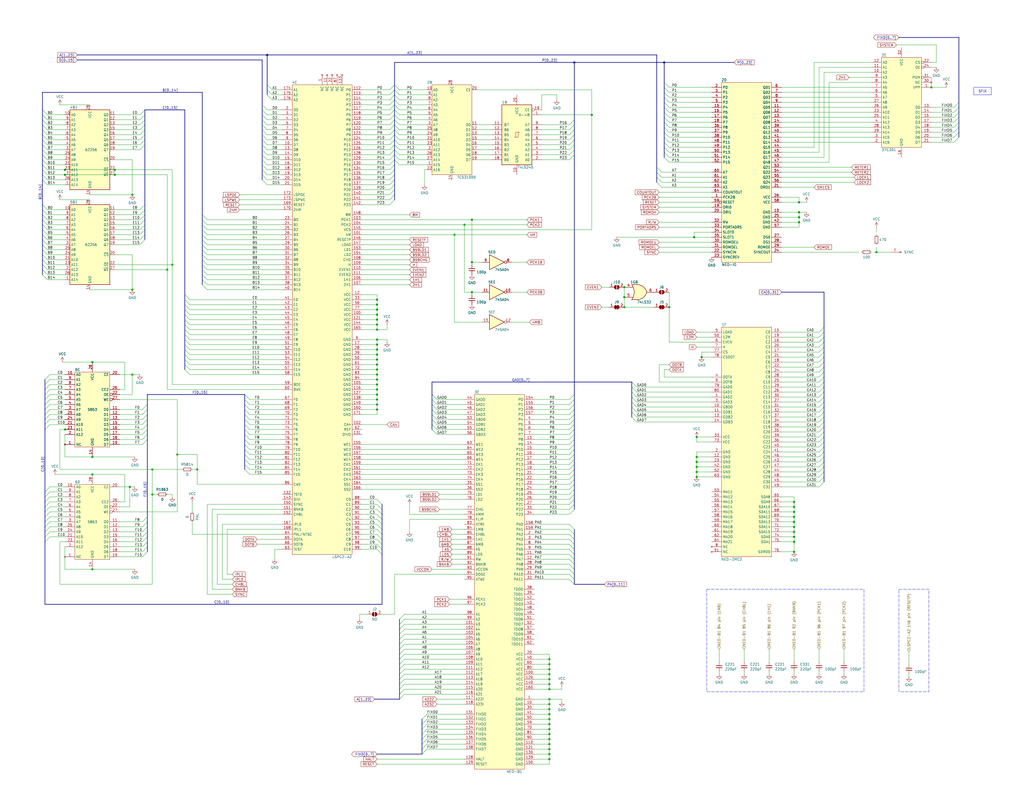
<source format=kicad_sch>
(kicad_sch (version 20230121) (generator eeschema)
  (paper "User" 520.802 409.372)
  (title_block (title "LSPC2-A2") (date "2023-08-15") (company "SNK") (comment 3 "Converted by Frater ") (comment 4 "NEO-GEO MVS MV1F") (comment 9 "https://github.com/Neo-Geo-Hardwares/Schematics-MV1F"))
  (junction (at 445.77 128.27))
  (junction (at 191.77 203.2))
  (junction (at 85.09 137.16))
  (junction (at 191.77 208.28))
  (junction (at 191.77 190.5))
  (junction (at 46.99 289.56))
  (junction (at 66.04 247.65))
  (junction (at 240.03 148.59))
  (junction (at 279.4 363.22))
  (junction (at 279.4 358.14))
  (junction (at 354.33 237.49))
  (junction (at 403.86 270.51))
  (junction (at 279.4 340.36))
  (junction (at 406.4 110.49))
  (junction (at 191.77 175.26))
  (junction (at 356.87 181.61))
  (junction (at 191.77 205.74))
  (junction (at 191.77 172.72))
  (junction (at 191.77 185.42))
  (junction (at 279.4 337.82))
  (junction (at 300.99 58.42))
  (junction (at 90.17 231.14))
  (junction (at 191.77 160.02))
  (junction (at 191.77 154.94))
  (junction (at 191.77 200.66))
  (junction (at 403.86 260.35))
  (junction (at 240.03 133.35))
  (junction (at 317.5 146.05))
  (junction (at 354.33 234.95))
  (junction (at 403.86 257.81))
  (junction (at 279.4 373.38))
  (junction (at 403.86 273.05))
  (junction (at 279.4 365.76))
  (junction (at 236.22 114.3))
  (junction (at 403.86 275.59))
  (junction (at 403.86 267.97))
  (junction (at 191.77 195.58))
  (junction (at 135.89 27.94))
  (junction (at 33.02 218.44))
  (junction (at 279.4 350.52))
  (junction (at 403.86 265.43))
  (junction (at 317.5 156.21))
  (junction (at 87.63 134.62))
  (junction (at 46.99 184.15))
  (junction (at 231.14 119.38))
  (junction (at 191.77 198.12))
  (junction (at 67.31 99.06))
  (junction (at 100.33 238.76))
  (junction (at 279.4 335.28))
  (junction (at 191.77 157.48))
  (junction (at 353.06 120.65))
  (junction (at 46.99 241.3))
  (junction (at 279.4 381))
  (junction (at 191.77 182.88))
  (junction (at 406.4 113.03))
  (junction (at 406.4 102.87))
  (junction (at 77.47 238.76))
  (junction (at 279.4 386.08))
  (junction (at 58.42 86.36))
  (junction (at 279.4 360.68))
  (junction (at 279.4 383.54))
  (junction (at 58.42 88.9))
  (junction (at 317.5 151.13))
  (junction (at 403.86 280.67))
  (junction (at 191.77 187.96))
  (junction (at 191.77 152.4))
  (junction (at 403.86 262.89))
  (junction (at 340.36 156.21))
  (junction (at 33.02 88.9))
  (junction (at 279.4 347.98))
  (junction (at 33.02 86.36))
  (junction (at 406.4 107.95))
  (junction (at 337.82 31.75))
  (junction (at 354.33 242.57))
  (junction (at 279.4 355.6))
  (junction (at 240.03 111.76))
  (junction (at 67.31 147.32))
  (junction (at 191.77 162.56))
  (junction (at 279.4 378.46))
  (junction (at 292.1 31.75))
  (junction (at 279.4 345.44))
  (junction (at 191.77 167.64))
  (junction (at 279.4 375.92))
  (junction (at 473.71 44.45))
  (junction (at 279.4 368.3))
  (junction (at 46.99 232.41))
  (junction (at 191.77 177.8))
  (junction (at 279.4 342.9))
  (junction (at 77.47 251.46))
  (junction (at 191.77 165.1))
  (junction (at 354.33 240.03))
  (junction (at 67.31 190.5))
  (junction (at 191.77 180.34))
  (junction (at 354.33 232.41))
  (junction (at 403.86 255.27))
  (junction (at 279.4 370.84))
  (junction (at 191.77 193.04))
  (junction (at 354.33 222.25))
  (bus_entry (at 203.2 63.5) (size -2.54 -2.54))
  (bus_entry (at 124.46 233.68) (size 2.54 2.54))
  (bus_entry (at 203.2 355.6) (size 2.54 -2.54))
  (bus_entry (at 203.2 53.34) (size -2.54 -2.54))
  (bus_entry (at 292.1 287.02) (size -2.54 -2.54))
  (bus_entry (at 289.56 241.3) (size 2.54 -2.54))
  (bus_entry (at 487.68 69.85) (size -2.54 2.54))
  (bus_entry (at 292.1 294.64) (size -2.54 -2.54))
  (bus_entry (at 214.63 365.76) (size 2.54 -2.54))
  (bus_entry (at 102.87 116.84) (size 2.54 2.54))
  (bus_entry (at 289.56 226.06) (size 2.54 -2.54))
  (bus_entry (at 419.1 222.25) (size -2.54 2.54))
  (bus_entry (at 133.35 78.74) (size 2.54 2.54))
  (bus_entry (at 135.89 48.26) (size 2.54 2.54))
  (bus_entry (at 214.63 368.3) (size 2.54 -2.54))
  (bus_entry (at 133.35 71.12) (size 2.54 2.54))
  (bus_entry (at 203.2 78.74) (size -2.54 -2.54))
  (bus_entry (at 292.1 241.3) (size -2.54 2.54))
  (bus_entry (at 419.1 224.79) (size -2.54 2.54))
  (bus_entry (at 73.66 58.42) (size -2.54 2.54))
  (bus_entry (at 219.71 200.66) (size 2.54 2.54))
  (bus_entry (at 334.01 87.63) (size 2.54 2.54))
  (bus_entry (at 203.2 55.88) (size -2.54 -2.54))
  (bus_entry (at 21.59 137.16) (size 2.54 2.54))
  (bus_entry (at 73.66 104.14) (size -2.54 2.54))
  (bus_entry (at 133.35 63.5) (size 2.54 2.54))
  (bus_entry (at 93.98 185.42) (size 2.54 2.54))
  (bus_entry (at 22.86 265.43) (size 2.54 -2.54))
  (bus_entry (at 74.93 205.74) (size -2.54 2.54))
  (bus_entry (at 73.66 109.22) (size -2.54 2.54))
  (bus_entry (at 337.82 80.01) (size 2.54 2.54))
  (bus_entry (at 487.68 54.61) (size -2.54 2.54))
  (bus_entry (at 124.46 210.82) (size 2.54 2.54))
  (bus_entry (at 321.31 204.47) (size 2.54 2.54))
  (bus_entry (at 133.35 68.58) (size 2.54 2.54))
  (bus_entry (at 321.31 207.01) (size 2.54 2.54))
  (bus_entry (at 419.1 181.61) (size -2.54 2.54))
  (bus_entry (at 292.1 246.38) (size -2.54 2.54))
  (bus_entry (at 21.59 76.2) (size 2.54 2.54))
  (bus_entry (at 419.1 240.03) (size -2.54 2.54))
  (bus_entry (at 194.31 269.24) (size -2.54 -2.54))
  (bus_entry (at 289.56 220.98) (size 2.54 -2.54))
  (bus_entry (at 21.59 88.9) (size 2.54 2.54))
  (bus_entry (at 21.59 55.88) (size 2.54 2.54))
  (bus_entry (at 73.66 60.96) (size -2.54 2.54))
  (bus_entry (at 22.86 193.04) (size 2.54 -2.54))
  (bus_entry (at 93.98 167.64) (size 2.54 2.54))
  (bus_entry (at 194.31 274.32) (size -2.54 -2.54))
  (bus_entry (at 487.68 52.07) (size -2.54 2.54))
  (bus_entry (at 219.71 203.2) (size 2.54 2.54))
  (bus_entry (at 21.59 132.08) (size 2.54 2.54))
  (bus_entry (at 21.59 106.68) (size 2.54 2.54))
  (bus_entry (at 102.87 119.38) (size 2.54 2.54))
  (bus_entry (at 289.56 228.6) (size 2.54 -2.54))
  (bus_entry (at 22.86 262.89) (size 2.54 -2.54))
  (bus_entry (at 93.98 160.02) (size 2.54 2.54))
  (bus_entry (at 419.1 245.11) (size -2.54 2.54))
  (bus_entry (at 124.46 231.14) (size 2.54 2.54))
  (bus_entry (at 337.82 72.39) (size 2.54 2.54))
  (bus_entry (at 203.2 45.72) (size -2.54 -2.54))
  (bus_entry (at 102.87 121.92) (size 2.54 2.54))
  (bus_entry (at 133.35 86.36) (size 2.54 2.54))
  (bus_entry (at 21.59 121.92) (size 2.54 2.54))
  (bus_entry (at 203.2 330.2) (size 2.54 -2.54))
  (bus_entry (at 93.98 152.4) (size 2.54 2.54))
  (bus_entry (at 102.87 132.08) (size 2.54 2.54))
  (bus_entry (at 22.86 208.28) (size 2.54 -2.54))
  (bus_entry (at 21.59 66.04) (size 2.54 2.54))
  (bus_entry (at 292.1 256.54) (size -2.54 2.54))
  (bus_entry (at 21.59 114.3) (size 2.54 2.54))
  (bus_entry (at 289.56 238.76) (size 2.54 -2.54))
  (bus_entry (at 292.1 251.46) (size -2.54 2.54))
  (bus_entry (at 203.2 325.12) (size 2.54 -2.54))
  (bus_entry (at 292.1 289.56) (size -2.54 -2.54))
  (bus_entry (at 198.12 71.12) (size 2.54 -2.54))
  (bus_entry (at 21.59 63.5) (size 2.54 2.54))
  (bus_entry (at 22.86 275.59) (size 2.54 -2.54))
  (bus_entry (at 22.86 210.82) (size 2.54 -2.54))
  (bus_entry (at 321.31 201.93) (size 2.54 2.54))
  (bus_entry (at 133.35 53.34) (size 2.54 2.54))
  (bus_entry (at 289.56 208.28) (size 2.54 -2.54))
  (bus_entry (at 419.1 232.41) (size -2.54 2.54))
  (bus_entry (at 419.1 199.39) (size -2.54 2.54))
  (bus_entry (at 203.2 317.5) (size 2.54 -2.54))
  (bus_entry (at 74.93 273.05) (size -2.54 2.54))
  (bus_entry (at 203.2 332.74) (size 2.54 -2.54))
  (bus_entry (at 289.56 203.2) (size 2.54 -2.54))
  (bus_entry (at 219.71 213.36) (size 2.54 2.54))
  (bus_entry (at 74.93 280.67) (size -2.54 2.54))
  (bus_entry (at 200.66 43.18) (size -2.54 2.54))
  (bus_entry (at 334.01 90.17) (size 2.54 2.54))
  (bus_entry (at 289.56 205.74) (size 2.54 -2.54))
  (bus_entry (at 21.59 81.28) (size 2.54 2.54))
  (bus_entry (at 289.56 213.36) (size 2.54 -2.54))
  (bus_entry (at 337.82 41.91) (size 2.54 2.54))
  (bus_entry (at 487.68 67.31) (size -2.54 2.54))
  (bus_entry (at 21.59 104.14) (size 2.54 2.54))
  (bus_entry (at 74.93 270.51) (size -2.54 2.54))
  (bus_entry (at 194.31 281.94) (size -2.54 -2.54))
  (bus_entry (at 419.1 234.95) (size -2.54 2.54))
  (bus_entry (at 21.59 111.76) (size 2.54 2.54))
  (bus_entry (at 102.87 127) (size 2.54 2.54))
  (bus_entry (at 194.31 256.54) (size -2.54 -2.54))
  (bus_entry (at 419.1 194.31) (size -2.54 2.54))
  (bus_entry (at 93.98 165.1) (size 2.54 2.54))
  (bus_entry (at 22.86 257.81) (size 2.54 -2.54))
  (bus_entry (at 292.1 66.04) (size -2.54 2.54))
  (bus_entry (at 133.35 66.04) (size 2.54 2.54))
  (bus_entry (at 219.71 218.44) (size 2.54 2.54))
  (bus_entry (at 194.31 276.86) (size -2.54 -2.54))
  (bus_entry (at 93.98 177.8) (size 2.54 2.54))
  (bus_entry (at 219.71 210.82) (size 2.54 2.54))
  (bus_entry (at 337.82 64.77) (size 2.54 2.54))
  (bus_entry (at 292.1 248.92) (size -2.54 2.54))
  (bus_entry (at 203.2 60.96) (size -2.54 -2.54))
  (bus_entry (at 292.1 63.5) (size -2.54 2.54))
  (bus_entry (at 198.12 101.6) (size 2.54 -2.54))
  (bus_entry (at 93.98 162.56) (size 2.54 2.54))
  (bus_entry (at 419.1 176.53) (size -2.54 2.54))
  (bus_entry (at 419.1 214.63) (size -2.54 2.54))
  (bus_entry (at 21.59 116.84) (size 2.54 2.54))
  (bus_entry (at 214.63 375.92) (size 2.54 -2.54))
  (bus_entry (at 419.1 207.01) (size -2.54 2.54))
  (bus_entry (at 337.82 44.45) (size 2.54 2.54))
  (bus_entry (at 22.86 267.97) (size 2.54 -2.54))
  (bus_entry (at 124.46 226.06) (size 2.54 2.54))
  (bus_entry (at 102.87 142.24) (size 2.54 2.54))
  (bus_entry (at 203.2 58.42) (size -2.54 -2.54))
  (bus_entry (at 124.46 203.2) (size 2.54 2.54))
  (bus_entry (at 487.68 57.15) (size -2.54 2.54))
  (bus_entry (at 124.46 213.36) (size 2.54 2.54))
  (bus_entry (at 133.35 55.88) (size 2.54 2.54))
  (bus_entry (at 292.1 76.2) (size -2.54 2.54))
  (bus_entry (at 133.35 83.82) (size 2.54 2.54))
  (bus_entry (at 289.56 210.82) (size 2.54 -2.54))
  (bus_entry (at 135.89 43.18) (size 2.54 2.54))
  (bus_entry (at 419.1 184.15) (size -2.54 2.54))
  (bus_entry (at 124.46 218.44) (size 2.54 2.54))
  (bus_entry (at 21.59 60.96) (size 2.54 2.54))
  (bus_entry (at 419.1 173.99) (size -2.54 2.54))
  (bus_entry (at 337.82 74.93) (size 2.54 2.54))
  (bus_entry (at 203.2 73.66) (size -2.54 -2.54))
  (bus_entry (at 419.1 171.45) (size -2.54 2.54))
  (bus_entry (at 93.98 175.26) (size 2.54 2.54))
  (bus_entry (at 73.66 68.58) (size -2.54 2.54))
  (bus_entry (at 419.1 191.77) (size -2.54 2.54))
  (bus_entry (at 74.93 262.89) (size -2.54 2.54))
  (bus_entry (at 219.71 205.74) (size 2.54 2.54))
  (bus_entry (at 22.86 252.73) (size 2.54 -2.54))
  (bus_entry (at 21.59 68.58) (size 2.54 2.54))
  (bus_entry (at 198.12 88.9) (size 2.54 -2.54))
  (bus_entry (at 93.98 149.86) (size 2.54 2.54))
  (bus_entry (at 93.98 154.94) (size 2.54 2.54))
  (bus_entry (at 292.1 254) (size -2.54 2.54))
  (bus_entry (at 203.2 340.36) (size 2.54 -2.54))
  (bus_entry (at 22.86 215.9) (size 2.54 -2.54))
  (bus_entry (at 203.2 83.82) (size -2.54 -2.54))
  (bus_entry (at 124.46 236.22) (size 2.54 2.54))
  (bus_entry (at 124.46 215.9) (size 2.54 2.54))
  (bus_entry (at 203.2 50.8) (size -2.54 -2.54))
  (bus_entry (at 419.1 242.57) (size -2.54 2.54))
  (bus_entry (at 124.46 223.52) (size 2.54 2.54))
  (bus_entry (at 419.1 209.55) (size -2.54 2.54))
  (bus_entry (at 74.93 267.97) (size -2.54 2.54))
  (bus_entry (at 21.59 78.74) (size 2.54 2.54))
  (bus_entry (at 194.31 271.78) (size -2.54 -2.54))
  (bus_entry (at 419.1 204.47) (size -2.54 2.54))
  (bus_entry (at 198.12 104.14) (size 2.54 -2.54))
  (bus_entry (at 321.31 212.09) (size 2.54 2.54))
  (bus_entry (at 203.2 71.12) (size -2.54 -2.54))
  (bus_entry (at 74.93 278.13) (size -2.54 2.54))
  (bus_entry (at 203.2 353.06) (size 2.54 -2.54))
  (bus_entry (at 22.86 250.19) (size 2.54 -2.54))
  (bus_entry (at 93.98 187.96) (size 2.54 2.54))
  (bus_entry (at 289.56 215.9) (size 2.54 -2.54))
  (bus_entry (at 289.56 218.44) (size 2.54 -2.54))
  (bus_entry (at 133.35 60.96) (size 2.54 2.54))
  (bus_entry (at 203.2 347.98) (size 2.54 -2.54))
  (bus_entry (at 124.46 205.74) (size 2.54 2.54))
  (bus_entry (at 74.93 218.44) (size -2.54 2.54))
  (bus_entry (at 73.66 66.04) (size -2.54 2.54))
  (bus_entry (at 93.98 172.72) (size 2.54 2.54))
  (bus_entry (at 419.1 237.49) (size -2.54 2.54))
  (bus_entry (at 73.66 119.38) (size -2.54 2.54))
  (bus_entry (at 203.2 48.26) (size -2.54 -2.54))
  (bus_entry (at 102.87 111.76) (size 2.54 2.54))
  (bus_entry (at 73.66 71.12) (size -2.54 2.54))
  (bus_entry (at 419.1 219.71) (size -2.54 2.54))
  (bus_entry (at 198.12 83.82) (size 2.54 -2.54))
  (bus_entry (at 214.63 373.38) (size 2.54 -2.54))
  (bus_entry (at 203.2 66.04) (size -2.54 -2.54))
  (bus_entry (at 73.66 116.84) (size -2.54 2.54))
  (bus_entry (at 74.93 215.9) (size -2.54 2.54))
  (bus_entry (at 203.2 76.2) (size -2.54 -2.54))
  (bus_entry (at 203.2 345.44) (size 2.54 -2.54))
  (bus_entry (at 289.56 231.14) (size 2.54 -2.54))
  (bus_entry (at 289.56 223.52) (size 2.54 -2.54))
  (bus_entry (at 22.86 255.27) (size 2.54 -2.54))
  (bus_entry (at 203.2 68.58) (size -2.54 -2.54))
  (bus_entry (at 22.86 218.44) (size 2.54 -2.54))
  (bus_entry (at 200.66 50.8) (size -2.54 2.54))
  (bus_entry (at 198.12 93.98) (size 2.54 -2.54))
  (bus_entry (at 292.1 274.32) (size -2.54 -2.54))
  (bus_entry (at 200.66 53.34) (size -2.54 2.54))
  (bus_entry (at 102.87 129.54) (size 2.54 2.54))
  (bus_entry (at 321.31 196.85) (size 2.54 2.54))
  (bus_entry (at 203.2 335.28) (size 2.54 -2.54))
  (bus_entry (at 198.12 99.06) (size 2.54 -2.54))
  (bus_entry (at 292.1 60.96) (size -2.54 2.54))
  (bus_entry (at 337.82 62.23) (size 2.54 2.54))
  (bus_entry (at 203.2 350.52) (size 2.54 -2.54))
  (bus_entry (at 73.66 63.5) (size -2.54 2.54))
  (bus_entry (at 419.1 227.33) (size -2.54 2.54))
  (bus_entry (at 102.87 134.62) (size 2.54 2.54))
  (bus_entry (at 102.87 109.22) (size 2.54 2.54))
  (bus_entry (at 198.12 96.52) (size 2.54 -2.54))
  (bus_entry (at 337.82 69.85) (size 2.54 2.54))
  (bus_entry (at 194.31 266.7) (size -2.54 -2.54))
  (bus_entry (at 198.12 78.74) (size 2.54 -2.54))
  (bus_entry (at 198.12 86.36) (size 2.54 -2.54))
  (bus_entry (at 135.89 45.72) (size 2.54 2.54))
  (bus_entry (at 337.82 77.47) (size 2.54 2.54))
  (bus_entry (at 337.82 59.69) (size 2.54 2.54))
  (bus_entry (at 419.1 166.37) (size -2.54 2.54))
  (bus_entry (at 292.1 68.58) (size -2.54 2.54))
  (bus_entry (at 337.82 67.31) (size 2.54 2.54))
  (bus_entry (at 334.01 85.09) (size 2.54 2.54))
  (bus_entry (at 487.68 59.69) (size -2.54 2.54))
  (bus_entry (at 203.2 342.9) (size 2.54 -2.54))
  (bus_entry (at 21.59 129.54) (size 2.54 2.54))
  (bus_entry (at 292.1 271.78) (size -2.54 -2.54))
  (bus_entry (at 194.31 264.16) (size -2.54 -2.54))
  (bus_entry (at 337.82 46.99) (size 2.54 2.54))
  (bus_entry (at 22.86 260.35) (size 2.54 -2.54))
  (bus_entry (at 419.1 196.85) (size -2.54 2.54))
  (bus_entry (at 102.87 137.16) (size 2.54 2.54))
  (bus_entry (at 74.93 208.28) (size -2.54 2.54))
  (bus_entry (at 419.1 201.93) (size -2.54 2.54))
  (bus_entry (at 419.1 229.87) (size -2.54 2.54))
  (bus_entry (at 289.56 233.68) (size 2.54 -2.54))
  (bus_entry (at 21.59 91.44) (size 2.54 2.54))
  (bus_entry (at 487.68 62.23) (size -2.54 2.54))
  (bus_entry (at 21.59 73.66) (size 2.54 2.54))
  (bus_entry (at 133.35 76.2) (size 2.54 2.54))
  (bus_entry (at 219.71 215.9) (size 2.54 2.54))
  (bus_entry (at 21.59 83.82) (size 2.54 2.54))
  (bus_entry (at 102.87 124.46) (size 2.54 2.54))
  (bus_entry (at 487.68 64.77) (size -2.54 2.54))
  (bus_entry (at 203.2 320.04) (size 2.54 -2.54))
  (bus_entry (at 22.86 273.05) (size 2.54 -2.54))
  (bus_entry (at 337.82 49.53) (size 2.54 2.54))
  (bus_entry (at 198.12 60.96) (size 2.54 -2.54))
  (bus_entry (at 102.87 114.3) (size 2.54 2.54))
  (bus_entry (at 292.1 71.12) (size -2.54 2.54))
  (bus_entry (at 321.31 209.55) (size 2.54 2.54))
  (bus_entry (at 292.1 297.18) (size -2.54 -2.54))
  (bus_entry (at 419.1 217.17) (size -2.54 2.54))
  (bus_entry (at 203.2 327.66) (size 2.54 -2.54))
  (bus_entry (at 73.66 73.66) (size -2.54 2.54))
  (bus_entry (at 21.59 119.38) (size 2.54 2.54))
  (bus_entry (at 21.59 124.46) (size 2.54 2.54))
  (bus_entry (at 21.59 127) (size 2.54 2.54))
  (bus_entry (at 73.66 106.68) (size -2.54 2.54))
  (bus_entry (at 194.31 261.62) (size -2.54 -2.54))
  (bus_entry (at 198.12 73.66) (size 2.54 -2.54))
  (bus_entry (at 21.59 86.36) (size 2.54 2.54))
  (bus_entry (at 74.93 275.59) (size -2.54 2.54))
  (bus_entry (at 419.1 168.91) (size -2.54 2.54))
  (bus_entry (at 292.1 292.1) (size -2.54 -2.54))
  (bus_entry (at 200.66 45.72) (size -2.54 2.54))
  (bus_entry (at 74.93 220.98) (size -2.54 2.54))
  (bus_entry (at 321.31 194.31) (size 2.54 2.54))
  (bus_entry (at 74.93 223.52) (size -2.54 2.54))
  (bus_entry (at 124.46 220.98) (size 2.54 2.54))
  (bus_entry (at 22.86 213.36) (size 2.54 -2.54))
  (bus_entry (at 198.12 91.44) (size 2.54 -2.54))
  (bus_entry (at 214.63 381) (size 2.54 -2.54))
  (bus_entry (at 334.01 92.71) (size 2.54 2.54))
  (bus_entry (at 133.35 91.44) (size 2.54 2.54))
  (bus_entry (at 73.66 121.92) (size -2.54 2.54))
  (bus_entry (at 337.82 52.07) (size 2.54 2.54))
  (bus_entry (at 124.46 200.66) (size 2.54 2.54))
  (bus_entry (at 214.63 370.84) (size 2.54 -2.54))
  (bus_entry (at 21.59 109.22) (size 2.54 2.54))
  (bus_entry (at 337.82 57.15) (size 2.54 2.54))
  (bus_entry (at 93.98 180.34) (size 2.54 2.54))
  (bus_entry (at 200.66 48.26) (size -2.54 2.54))
  (bus_entry (at 214.63 383.54) (size 2.54 -2.54))
  (bus_entry (at 419.1 179.07) (size -2.54 2.54))
  (bus_entry (at 198.12 76.2) (size 2.54 -2.54))
  (bus_entry (at 21.59 139.7) (size 2.54 2.54))
  (bus_entry (at 22.86 200.66) (size 2.54 -2.54))
  (bus_entry (at 73.66 111.76) (size -2.54 2.54))
  (bus_entry (at 292.1 281.94) (size -2.54 -2.54))
  (bus_entry (at 102.87 139.7) (size 2.54 2.54))
  (bus_entry (at 74.93 213.36) (size -2.54 2.54))
  (bus_entry (at 292.1 279.4) (size -2.54 -2.54))
  (bus_entry (at 337.82 54.61) (size 2.54 2.54))
  (bus_entry (at 198.12 63.5) (size 2.54 -2.54))
  (bus_entry (at 133.35 81.28) (size 2.54 2.54))
  (bus_entry (at 203.2 322.58) (size 2.54 -2.54))
  (bus_entry (at 419.1 212.09) (size -2.54 2.54))
  (bus_entry (at 93.98 170.18) (size 2.54 2.54))
  (bus_entry (at 102.87 144.78) (size 2.54 2.54))
  (bus_entry (at 22.86 205.74) (size 2.54 -2.54))
  (bus_entry (at 419.1 186.69) (size -2.54 2.54))
  (bus_entry (at 292.1 276.86) (size -2.54 -2.54))
  (bus_entry (at 73.66 114.3) (size -2.54 2.54))
  (bus_entry (at 203.2 337.82) (size 2.54 -2.54))
  (bus_entry (at 93.98 157.48) (size 2.54 2.54))
  (bus_entry (at 22.86 195.58) (size 2.54 -2.54))
  (bus_entry (at 292.1 243.84) (size -2.54 2.54))
  (bus_entry (at 289.56 236.22) (size 2.54 -2.54))
  (bus_entry (at 419.1 189.23) (size -2.54 2.54))
  (bus_entry (at 21.59 58.42) (size 2.54 2.54))
  (bus_entry (at 321.31 199.39) (size 2.54 2.54))
  (bus_entry (at 292.1 73.66) (size -2.54 2.54))
  (bus_entry (at 194.31 259.08) (size -2.54 -2.54))
  (bus_entry (at 292.1 78.74) (size -2.54 2.54))
  (bus_entry (at 73.66 55.88) (size -2.54 2.54))
  (bus_entry (at 219.71 208.28) (size 2.54 2.54))
  (bus_entry (at 292.1 259.08) (size -2.54 2.54))
  (bus_entry (at 214.63 378.46) (size 2.54 -2.54))
  (bus_entry (at 93.98 182.88) (size 2.54 2.54))
  (bus_entry (at 74.93 265.43) (size -2.54 2.54))
  (bus_entry (at 21.59 71.12) (size 2.54 2.54))
  (bus_entry (at 203.2 314.96) (size 2.54 -2.54))
  (bus_entry (at 198.12 58.42) (size 2.54 -2.54))
  (bus_entry (at 22.86 198.12) (size 2.54 -2.54))
  (bus_entry (at 194.31 279.4) (size -2.54 -2.54))
  (bus_entry (at 22.86 203.2) (size 2.54 -2.54))
  (bus_entry (at 124.46 238.76) (size 2.54 2.54))
  (bus_entry (at 133.35 58.42) (size 2.54 2.54))
  (bus_entry (at 21.59 134.62) (size 2.54 2.54))
  (bus_entry (at 198.12 66.04) (size 2.54 -2.54))
  (bus_entry (at 198.12 68.58) (size 2.54 -2.54))
  (bus_entry (at 124.46 208.28) (size 2.54 2.54))
  (bus_entry (at 133.35 88.9) (size 2.54 2.54))
  (bus_entry (at 198.12 81.28) (size 2.54 -2.54))
  (bus_entry (at 124.46 228.6) (size 2.54 2.54))
  (bus_entry (at 22.86 270.51) (size 2.54 -2.54))
  (bus_entry (at 203.2 81.28) (size -2.54 -2.54))
  (bus_entry (at 292.1 269.24) (size -2.54 -2.54))
  (bus_entry (at 292.1 284.48) (size -2.54 -2.54))
  (bus_entry (at 74.93 210.82) (size -2.54 2.54))
  (bus_entry (at 133.35 73.66) (size 2.54 2.54))
  (wire (pts (xy 279.4 355.6) (xy 279.4 358.14)))
  (bus (pts (xy 191.77 383.54) (xy 214.63 383.54)))
  (bus (pts (xy 292.1 68.58) (xy 292.1 71.12)))
  (wire (pts (xy 323.85 199.39) (xy 361.95 199.39)))
  (wire (pts (xy 105.41 137.16) (xy 143.51 137.16)))
  (wire (pts (xy 279.4 337.82) (xy 279.4 340.36)))
  (wire (pts (xy 279.4 370.84) (xy 279.4 373.38)))
  (wire (pts (xy 240.03 133.35) (xy 240.03 111.76)))
  (bus (pts (xy 93.98 165.1) (xy 93.98 167.64)))
  (wire (pts (xy 217.17 381) (xy 236.22 381)))
  (wire (pts (xy 203.2 73.66) (xy 217.17 73.66)))
  (wire (pts (xy 353.06 120.65) (xy 361.95 120.65)))
  (wire (pts (xy 184.15 93.98) (xy 198.12 93.98)))
  (wire (pts (xy 118.11 297.18) (xy 110.49 297.18)))
  (bus (pts (xy 419.1 189.23) (xy 419.1 191.77)))
  (wire (pts (xy 127 213.36) (xy 143.51 213.36)))
  (wire (pts (xy 378.46 341.63) (xy 378.46 342.9)))
  (bus (pts (xy 334.01 85.09) (xy 334.01 87.63)))
  (wire (pts (xy 354.33 234.95) (xy 361.95 234.95)))
  (bus (pts (xy 21.59 63.5) (xy 21.59 60.96)))
  (wire (pts (xy 289.56 226.06) (xy 271.78 226.06)))
  (wire (pts (xy 416.56 34.29) (xy 443.23 34.29)))
  (wire (pts (xy 184.15 187.96) (xy 191.77 187.96)))
  (wire (pts (xy 240.03 148.59) (xy 236.22 148.59)))
  (bus (pts (xy 74.93 267.97) (xy 74.93 265.43)))
  (wire (pts (xy 24.13 76.2) (xy 33.02 76.2)))
  (wire (pts (xy 397.51 234.95) (xy 416.56 234.95)))
  (wire (pts (xy 356.87 179.07) (xy 356.87 181.61)))
  (wire (pts (xy 135.89 66.04) (xy 143.51 66.04)))
  (bus (pts (xy 292.1 31.75) (xy 337.82 31.75)))
  (wire (pts (xy 275.59 71.12) (xy 289.56 71.12)))
  (bus (pts (xy 200.66 63.5) (xy 200.66 60.96)))
  (wire (pts (xy 191.77 160.02) (xy 191.77 162.56)))
  (wire (pts (xy 361.95 224.79) (xy 354.33 224.79)))
  (bus (pts (xy 203.2 332.74) (xy 203.2 335.28)))
  (bus (pts (xy 292.1 246.38) (xy 292.1 248.92)))
  (bus (pts (xy 73.66 66.04) (xy 73.66 63.5)))
  (wire (pts (xy 25.4 260.35) (xy 33.02 260.35)))
  (wire (pts (xy 271.78 236.22) (xy 289.56 236.22)))
  (wire (pts (xy 229.87 281.94) (xy 236.22 281.94)))
  (wire (pts (xy 397.51 107.95) (xy 406.4 107.95)))
  (wire (pts (xy 203.2 81.28) (xy 217.17 81.28)))
  (wire (pts (xy 203.2 78.74) (xy 217.17 78.74)))
  (wire (pts (xy 231.14 163.83) (xy 231.14 119.38)))
  (wire (pts (xy 271.78 355.6) (xy 279.4 355.6)))
  (wire (pts (xy 87.63 86.36) (xy 87.63 134.62)))
  (bus (pts (xy 74.93 213.36) (xy 74.93 210.82)))
  (wire (pts (xy 397.51 69.85) (xy 443.23 69.85)))
  (wire (pts (xy 135.89 88.9) (xy 143.51 88.9)))
  (wire (pts (xy 236.22 264.16) (xy 208.28 264.16)))
  (wire (pts (xy 397.51 204.47) (xy 416.56 204.47)))
  (wire (pts (xy 340.36 82.55) (xy 361.95 82.55)))
  (wire (pts (xy 58.42 109.22) (xy 71.12 109.22)))
  (wire (pts (xy 445.77 125.73) (xy 445.77 128.27)))
  (wire (pts (xy 60.96 215.9) (xy 72.39 215.9)))
  (bus (pts (xy 292.1 63.5) (xy 292.1 66.04)))
  (bus (pts (xy 74.93 262.89) (xy 74.93 223.52)))
  (bus (pts (xy 419.1 168.91) (xy 419.1 171.45)))
  (wire (pts (xy 191.77 180.34) (xy 191.77 182.88)))
  (wire (pts (xy 184.15 114.3) (xy 236.22 114.3)))
  (bus (pts (xy 292.1 251.46) (xy 292.1 254)))
  (bus (pts (xy 93.98 182.88) (xy 93.98 185.42)))
  (bus (pts (xy 22.86 307.34) (xy 194.31 307.34)))
  (wire (pts (xy 275.59 66.04) (xy 289.56 66.04)))
  (bus (pts (xy 74.93 270.51) (xy 74.93 267.97)))
  (wire (pts (xy 110.49 261.62) (xy 143.51 261.62)))
  (wire (pts (xy 25.4 213.36) (xy 33.02 213.36)))
  (bus (pts (xy 21.59 139.7) (xy 21.59 137.16)))
  (wire (pts (xy 184.15 256.54) (xy 191.77 256.54)))
  (wire (pts (xy 397.51 72.39) (xy 443.23 72.39)))
  (bus (pts (xy 73.66 73.66) (xy 73.66 71.12)))
  (wire (pts (xy 222.25 358.14) (xy 236.22 358.14)))
  (bus (pts (xy 73.66 114.3) (xy 73.66 111.76)))
  (wire (pts (xy 191.77 386.08) (xy 236.22 386.08)))
  (wire (pts (xy 361.95 229.87) (xy 354.33 229.87)))
  (wire (pts (xy 271.78 342.9) (xy 279.4 342.9)))
  (bus (pts (xy 74.93 210.82) (xy 74.93 208.28)))
  (wire (pts (xy 191.77 175.26) (xy 191.77 177.8)))
  (wire (pts (xy 410.21 107.95) (xy 406.4 107.95)))
  (wire (pts (xy 184.15 73.66) (xy 198.12 73.66)))
  (bus (pts (xy 200.66 73.66) (xy 200.66 71.12)))
  (bus (pts (xy 22.86 215.9) (xy 22.86 218.44)))
  (wire (pts (xy 105.41 119.38) (xy 143.51 119.38)))
  (bus (pts (xy 74.93 208.28) (xy 74.93 205.74)))
  (wire (pts (xy 85.09 137.16) (xy 85.09 198.12)))
  (bus (pts (xy 194.31 271.78) (xy 194.31 274.32)))
  (wire (pts (xy 205.74 327.66) (xy 236.22 327.66)))
  (wire (pts (xy 203.2 83.82) (xy 217.17 83.82)))
  (wire (pts (xy 25.4 203.2) (xy 33.02 203.2)))
  (wire (pts (xy 205.74 320.04) (xy 236.22 320.04)))
  (wire (pts (xy 191.77 172.72) (xy 196.85 172.72)))
  (wire (pts (xy 60.96 278.13) (xy 72.39 278.13)))
  (wire (pts (xy 121.92 101.6) (xy 143.51 101.6)))
  (wire (pts (xy 397.51 199.39) (xy 416.56 199.39)))
  (bus (pts (xy 337.82 44.45) (xy 337.82 46.99)))
  (wire (pts (xy 105.41 132.08) (xy 143.51 132.08)))
  (wire (pts (xy 222.25 208.28) (xy 236.22 208.28)))
  (wire (pts (xy 60.96 255.27) (xy 63.5 255.27)))
  (wire (pts (xy 340.36 64.77) (xy 361.95 64.77)))
  (bus (pts (xy 21.59 109.22) (xy 21.59 106.68)))
  (wire (pts (xy 397.51 242.57) (xy 416.56 242.57)))
  (wire (pts (xy 105.41 256.54) (xy 143.51 256.54)))
  (wire (pts (xy 275.59 73.66) (xy 289.56 73.66)))
  (wire (pts (xy 236.22 148.59) (xy 236.22 114.3)))
  (wire (pts (xy 97.79 265.43) (xy 97.79 271.78)))
  (wire (pts (xy 271.78 365.76) (xy 279.4 365.76)))
  (wire (pts (xy 113.03 266.7) (xy 143.51 266.7)))
  (bus (pts (xy 133.35 86.36) (xy 133.35 88.9)))
  (bus (pts (xy 419.1 191.77) (xy 419.1 194.31)))
  (wire (pts (xy 406.4 113.03) (xy 406.4 115.57)))
  (wire (pts (xy 205.74 345.44) (xy 236.22 345.44)))
  (wire (pts (xy 135.89 71.12) (xy 143.51 71.12)))
  (wire (pts (xy 184.15 116.84) (xy 300.99 116.84)))
  (bus (pts (xy 22.86 250.19) (xy 22.86 252.73)))
  (wire (pts (xy 184.15 76.2) (xy 198.12 76.2)))
  (bus (pts (xy 200.66 43.18) (xy 200.66 31.75)))
  (bus (pts (xy 487.68 69.85) (xy 487.68 67.31)))
  (bus (pts (xy 292.1 31.75) (xy 292.1 60.96)))
  (bus (pts (xy 419.1 229.87) (xy 419.1 232.41)))
  (bus (pts (xy 292.1 226.06) (xy 292.1 228.6)))
  (wire (pts (xy 240.03 134.62) (xy 240.03 133.35)))
  (wire (pts (xy 184.15 231.14) (xy 236.22 231.14)))
  (wire (pts (xy 271.78 294.64) (xy 289.56 294.64)))
  (wire (pts (xy 127 228.6) (xy 143.51 228.6)))
  (bus (pts (xy 74.93 278.13) (xy 74.93 275.59)))
  (wire (pts (xy 203.2 76.2) (xy 217.17 76.2)))
  (wire (pts (xy 33.02 289.56) (xy 46.99 289.56)))
  (bus (pts (xy 21.59 76.2) (xy 21.59 73.66)))
  (bus (pts (xy 73.66 60.96) (xy 73.66 58.42)))
  (wire (pts (xy 309.88 146.05) (xy 306.07 146.05)))
  (wire (pts (xy 182.88 312.42) (xy 182.88 314.96)))
  (wire (pts (xy 60.96 275.59) (xy 72.39 275.59)))
  (wire (pts (xy 24.13 119.38) (xy 33.02 119.38)))
  (wire (pts (xy 397.51 237.49) (xy 416.56 237.49)))
  (bus (pts (xy 21.59 58.42) (xy 21.59 55.88)))
  (wire (pts (xy 340.36 173.99) (xy 361.95 173.99)))
  (wire (pts (xy 473.71 62.23) (xy 485.14 62.23)))
  (wire (pts (xy 24.13 88.9) (xy 33.02 88.9)))
  (wire (pts (xy 397.51 95.25) (xy 414.02 95.25)))
  (wire (pts (xy 184.15 236.22) (xy 236.22 236.22)))
  (wire (pts (xy 361.95 179.07) (xy 356.87 179.07)))
  (bus (pts (xy 102.87 139.7) (xy 102.87 142.24)))
  (wire (pts (xy 25.4 262.89) (xy 33.02 262.89)))
  (wire (pts (xy 184.15 274.32) (xy 191.77 274.32)))
  (bus (pts (xy 22.86 265.43) (xy 22.86 267.97)))
  (bus (pts (xy 102.87 129.54) (xy 102.87 132.08)))
  (wire (pts (xy 445.77 115.57) (xy 445.77 118.11)))
  (wire (pts (xy 60.96 220.98) (xy 72.39 220.98)))
  (bus (pts (xy 102.87 134.62) (xy 102.87 137.16)))
  (wire (pts (xy 271.78 386.08) (xy 279.4 386.08)))
  (wire (pts (xy 462.28 342.9) (xy 462.28 344.17)))
  (wire (pts (xy 397.51 191.77) (xy 416.56 191.77)))
  (wire (pts (xy 60.96 223.52) (xy 72.39 223.52)))
  (wire (pts (xy 279.4 347.98) (xy 279.4 350.52)))
  (bus (pts (xy 74.93 218.44) (xy 74.93 215.9)))
  (wire (pts (xy 397.51 280.67) (xy 403.86 280.67)))
  (bus (pts (xy 21.59 91.44) (xy 21.59 88.9)))
  (wire (pts (xy 397.51 240.03) (xy 416.56 240.03)))
  (bus (pts (xy 337.82 62.23) (xy 337.82 64.77)))
  (wire (pts (xy 271.78 360.68) (xy 279.4 360.68)))
  (wire (pts (xy 271.78 259.08) (xy 289.56 259.08)))
  (bus (pts (xy 22.86 203.2) (xy 22.86 205.74)))
  (wire (pts (xy 283.21 48.26) (xy 283.21 50.8)))
  (wire (pts (xy 184.15 261.62) (xy 191.77 261.62)))
  (wire (pts (xy 184.15 175.26) (xy 191.77 175.26)))
  (bus (pts (xy 487.68 54.61) (xy 487.68 52.07)))
  (bus (pts (xy 102.87 142.24) (xy 102.87 144.78)))
  (bus (pts (xy 194.31 281.94) (xy 194.31 307.34)))
  (wire (pts (xy 245.11 133.35) (xy 240.03 133.35)))
  (wire (pts (xy 186.69 312.42) (xy 182.88 312.42)))
  (wire (pts (xy 33.02 218.44) (xy 35.56 218.44)))
  (wire (pts (xy 242.57 71.12) (xy 250.19 71.12)))
  (wire (pts (xy 46.99 184.15) (xy 63.5 184.15)))
  (bus (pts (xy 22.86 273.05) (xy 22.86 275.59)))
  (bus (pts (xy 21.59 137.16) (xy 21.59 134.62)))
  (wire (pts (xy 127 218.44) (xy 143.51 218.44)))
  (wire (pts (xy 184.15 68.58) (xy 198.12 68.58)))
  (wire (pts (xy 354.33 240.03) (xy 361.95 240.03)))
  (bus (pts (xy 292.1 256.54) (xy 292.1 259.08)))
  (wire (pts (xy 191.77 193.04) (xy 191.77 195.58)))
  (wire (pts (xy 184.15 50.8) (xy 198.12 50.8)))
  (bus (pts (xy 419.1 234.95) (xy 419.1 237.49)))
  (wire (pts (xy 130.81 276.86) (xy 143.51 276.86)))
  (wire (pts (xy 127 220.98) (xy 143.51 220.98)))
  (wire (pts (xy 135.89 93.98) (xy 143.51 93.98)))
  (wire (pts (xy 184.15 81.28) (xy 198.12 81.28)))
  (wire (pts (xy 397.51 224.79) (xy 416.56 224.79)))
  (bus (pts (xy 337.82 72.39) (xy 337.82 74.93)))
  (wire (pts (xy 397.51 64.77) (xy 443.23 64.77)))
  (wire (pts (xy 397.51 273.05) (xy 403.86 273.05)))
  (wire (pts (xy 25.4 205.74) (xy 33.02 205.74)))
  (wire (pts (xy 33.02 278.13) (xy 33.02 289.56)))
  (wire (pts (xy 24.13 137.16) (xy 33.02 137.16)))
  (wire (pts (xy 271.78 370.84) (xy 279.4 370.84)))
  (bus (pts (xy 292.1 294.64) (xy 292.1 297.18)))
  (wire (pts (xy 127 238.76) (xy 143.51 238.76)))
  (wire (pts (xy 60.96 208.28) (xy 72.39 208.28)))
  (bus (pts (xy 219.71 213.36) (xy 219.71 210.82)))
  (wire (pts (xy 403.86 262.89) (xy 403.86 265.43)))
  (bus (pts (xy 200.66 99.06) (xy 200.66 96.52)))
  (wire (pts (xy 24.13 106.68) (xy 33.02 106.68)))
  (bus (pts (xy 292.1 73.66) (xy 292.1 76.2)))
  (bus (pts (xy 22.86 218.44) (xy 22.86 250.19)))
  (wire (pts (xy 143.51 195.58) (xy 87.63 195.58)))
  (bus (pts (xy 74.93 223.52) (xy 74.93 220.98)))
  (wire (pts (xy 97.79 238.76) (xy 100.33 238.76)))
  (wire (pts (xy 127 233.68) (xy 143.51 233.68)))
  (bus (pts (xy 214.63 375.92) (xy 214.63 378.46)))
  (wire (pts (xy 24.13 73.66) (xy 33.02 73.66)))
  (wire (pts (xy 121.92 99.06) (xy 143.51 99.06)))
  (wire (pts (xy 397.51 87.63) (xy 433.07 87.63)))
  (bus (pts (xy 337.82 41.91) (xy 337.82 44.45)))
  (wire (pts (xy 279.4 373.38) (xy 279.4 375.92)))
  (bus (pts (xy 93.98 162.56) (xy 93.98 165.1)))
  (wire (pts (xy 184.15 266.7) (xy 191.77 266.7)))
  (wire (pts (xy 30.48 238.76) (xy 77.47 238.76)))
  (bus (pts (xy 200.66 83.82) (xy 200.66 81.28)))
  (wire (pts (xy 24.13 81.28) (xy 33.02 81.28)))
  (wire (pts (xy 397.51 222.25) (xy 416.56 222.25)))
  (wire (pts (xy 397.51 262.89) (xy 403.86 262.89)))
  (wire (pts (xy 336.55 92.71) (xy 361.95 92.71)))
  (bus (pts (xy 487.68 62.23) (xy 487.68 59.69)))
  (bus (pts (xy 419.1 227.33) (xy 419.1 229.87)))
  (wire (pts (xy 130.81 274.32) (xy 143.51 274.32)))
  (bus (pts (xy 73.66 55.88) (xy 93.98 55.88)))
  (wire (pts (xy 473.71 67.31) (xy 485.14 67.31)))
  (wire (pts (xy 191.77 210.82) (xy 184.15 210.82)))
  (bus (pts (xy 214.63 368.3) (xy 214.63 370.84)))
  (bus (pts (xy 74.93 273.05) (xy 74.93 270.51)))
  (wire (pts (xy 335.28 123.19) (xy 361.95 123.19)))
  (wire (pts (xy 242.57 66.04) (xy 250.19 66.04)))
  (wire (pts (xy 25.4 267.97) (xy 33.02 267.97)))
  (bus (pts (xy 124.46 213.36) (xy 124.46 215.9)))
  (wire (pts (xy 279.4 368.3) (xy 279.4 370.84)))
  (wire (pts (xy 184.15 139.7) (xy 208.28 139.7)))
  (bus (pts (xy 292.1 71.12) (xy 292.1 73.66)))
  (wire (pts (xy 46.99 289.56) (xy 68.58 289.56)))
  (wire (pts (xy 184.15 45.72) (xy 198.12 45.72)))
  (bus (pts (xy 487.68 67.31) (xy 487.68 64.77)))
  (wire (pts (xy 96.52 152.4) (xy 143.51 152.4)))
  (wire (pts (xy 58.42 106.68) (xy 71.12 106.68)))
  (wire (pts (xy 203.2 66.04) (xy 217.17 66.04)))
  (bus (pts (xy 74.93 275.59) (xy 74.93 273.05)))
  (wire (pts (xy 107.95 259.08) (xy 143.51 259.08)))
  (wire (pts (xy 245.11 148.59) (xy 240.03 148.59)))
  (wire (pts (xy 184.15 241.3) (xy 236.22 241.3)))
  (wire (pts (xy 397.51 196.85) (xy 416.56 196.85)))
  (wire (pts (xy 67.31 81.28) (xy 67.31 99.06)))
  (wire (pts (xy 340.36 185.42) (xy 335.28 185.42)))
  (wire (pts (xy 416.56 77.47) (xy 416.56 34.29)))
  (wire (pts (xy 403.86 270.51) (xy 403.86 273.05)))
  (wire (pts (xy 445.77 128.27) (xy 453.39 128.27)))
  (wire (pts (xy 337.82 191.77) (xy 361.95 191.77)))
  (wire (pts (xy 205.74 325.12) (xy 236.22 325.12)))
  (wire (pts (xy 323.85 201.93) (xy 361.95 201.93)))
  (bus (pts (xy 292.1 231.14) (xy 292.1 233.68)))
  (bus (pts (xy 21.59 66.04) (xy 21.59 63.5)))
  (wire (pts (xy 63.5 241.3) (xy 63.5 255.27)))
  (wire (pts (xy 24.13 66.04) (xy 33.02 66.04)))
  (wire (pts (xy 25.4 210.82) (xy 33.02 210.82)))
  (bus (pts (xy 22.86 208.28) (xy 22.86 210.82)))
  (wire (pts (xy 203.2 58.42) (xy 217.17 58.42)))
  (bus (pts (xy 200.66 81.28) (xy 200.66 78.74)))
  (wire (pts (xy 289.56 213.36) (xy 271.78 213.36)))
  (wire (pts (xy 217.17 370.84) (xy 236.22 370.84)))
  (bus (pts (xy 93.98 149.86) (xy 93.98 152.4)))
  (wire (pts (xy 58.42 60.96) (xy 71.12 60.96)))
  (bus (pts (xy 487.68 52.07) (xy 487.68 19.05)))
  (wire (pts (xy 24.13 134.62) (xy 33.02 134.62)))
  (bus (pts (xy 133.35 63.5) (xy 133.35 66.04)))
  (bus (pts (xy 200.66 66.04) (xy 200.66 63.5)))
  (wire (pts (xy 60.96 260.35) (xy 90.17 260.35)))
  (wire (pts (xy 354.33 168.91) (xy 361.95 168.91)))
  (bus (pts (xy 321.31 201.93) (xy 321.31 204.47)))
  (wire (pts (xy 416.56 330.2) (xy 416.56 336.55)))
  (wire (pts (xy 397.51 247.65) (xy 416.56 247.65)))
  (bus (pts (xy 21.59 121.92) (xy 21.59 119.38)))
  (wire (pts (xy 77.47 238.76) (xy 77.47 251.46)))
  (bus (pts (xy 102.87 121.92) (xy 102.87 124.46)))
  (wire (pts (xy 335.28 105.41) (xy 361.95 105.41)))
  (wire (pts (xy 335.28 194.31) (xy 361.95 194.31)))
  (bus (pts (xy 419.1 179.07) (xy 419.1 181.61)))
  (wire (pts (xy 340.36 62.23) (xy 361.95 62.23)))
  (wire (pts (xy 275.59 68.58) (xy 289.56 68.58)))
  (wire (pts (xy 127 231.14) (xy 143.51 231.14)))
  (wire (pts (xy 184.15 200.66) (xy 191.77 200.66)))
  (wire (pts (xy 127 223.52) (xy 143.51 223.52)))
  (wire (pts (xy 205.74 353.06) (xy 236.22 353.06)))
  (wire (pts (xy 184.15 99.06) (xy 198.12 99.06)))
  (wire (pts (xy 473.71 57.15) (xy 485.14 57.15)))
  (wire (pts (xy 96.52 165.1) (xy 143.51 165.1)))
  (bus (pts (xy 22.86 255.27) (xy 22.86 257.81)))
  (wire (pts (xy 397.51 57.15) (xy 443.23 57.15)))
  (wire (pts (xy 397.51 128.27) (xy 436.88 128.27)))
  (wire (pts (xy 27.94 241.3) (xy 46.99 241.3)))
  (bus (pts (xy 203.2 327.66) (xy 203.2 330.2)))
  (wire (pts (xy 217.17 368.3) (xy 236.22 368.3)))
  (bus (pts (xy 124.46 236.22) (xy 124.46 238.76)))
  (bus (pts (xy 203.2 330.2) (xy 203.2 332.74)))
  (bus (pts (xy 74.93 220.98) (xy 74.93 218.44)))
  (wire (pts (xy 335.28 115.57) (xy 361.95 115.57)))
  (wire (pts (xy 354.33 224.79) (xy 354.33 222.25)))
  (wire (pts (xy 335.28 97.79) (xy 361.95 97.79)))
  (wire (pts (xy 191.77 172.72) (xy 191.77 175.26)))
  (wire (pts (xy 24.13 91.44) (xy 33.02 91.44)))
  (wire (pts (xy 271.78 276.86) (xy 289.56 276.86)))
  (wire (pts (xy 397.51 227.33) (xy 416.56 227.33)))
  (wire (pts (xy 397.51 49.53) (xy 443.23 49.53)))
  (wire (pts (xy 143.51 246.38) (xy 100.33 246.38)))
  (wire (pts (xy 105.41 144.78) (xy 143.51 144.78)))
  (wire (pts (xy 200.66 312.42) (xy 200.66 292.1)))
  (wire (pts (xy 97.79 271.78) (xy 143.51 271.78)))
  (wire (pts (xy 138.43 48.26) (xy 143.51 48.26)))
  (wire (pts (xy 58.42 114.3) (xy 71.12 114.3)))
  (bus (pts (xy 203.2 347.98) (xy 203.2 350.52)))
  (wire (pts (xy 421.64 41.91) (xy 443.23 41.91)))
  (bus (pts (xy 93.98 175.26) (xy 93.98 177.8)))
  (bus (pts (xy 73.66 106.68) (xy 73.66 104.14)))
  (wire (pts (xy 60.96 273.05) (xy 72.39 273.05)))
  (wire (pts (xy 337.82 187.96) (xy 337.82 191.77)))
  (wire (pts (xy 87.63 134.62) (xy 87.63 195.58)))
  (wire (pts (xy 184.15 248.92) (xy 236.22 248.92)))
  (wire (pts (xy 203.2 71.12) (xy 217.17 71.12)))
  (bus (pts (xy 419.1 222.25) (xy 419.1 224.79)))
  (bus (pts (xy 200.66 58.42) (xy 200.66 55.88)))
  (wire (pts (xy 300.99 58.42) (xy 275.59 58.42)))
  (wire (pts (xy 85.09 88.9) (xy 85.09 137.16)))
  (wire (pts (xy 403.86 273.05) (xy 403.86 275.59)))
  (wire (pts (xy 317.5 151.13) (xy 317.5 156.21)))
  (wire (pts (xy 397.51 52.07) (xy 443.23 52.07)))
  (bus (pts (xy 337.82 64.77) (xy 337.82 67.31)))
  (wire (pts (xy 285.75 355.6) (xy 285.75 356.87)))
  (wire (pts (xy 191.77 162.56) (xy 191.77 165.1)))
  (wire (pts (xy 24.13 83.82) (xy 33.02 83.82)))
  (wire (pts (xy 354.33 242.57) (xy 361.95 242.57)))
  (bus (pts (xy 200.66 91.44) (xy 200.66 88.9)))
  (wire (pts (xy 340.36 77.47) (xy 361.95 77.47)))
  (wire (pts (xy 473.71 69.85) (xy 485.14 69.85)))
  (wire (pts (xy 271.78 228.6) (xy 289.56 228.6)))
  (wire (pts (xy 289.56 208.28) (xy 271.78 208.28)))
  (wire (pts (xy 45.72 147.32) (xy 67.31 147.32)))
  (bus (pts (xy 194.31 269.24) (xy 194.31 271.78)))
  (wire (pts (xy 271.78 269.24) (xy 289.56 269.24)))
  (wire (pts (xy 96.52 175.26) (xy 143.51 175.26)))
  (bus (pts (xy 292.1 236.22) (xy 292.1 238.76)))
  (wire (pts (xy 222.25 203.2) (xy 236.22 203.2)))
  (wire (pts (xy 191.77 149.86) (xy 191.77 152.4)))
  (wire (pts (xy 279.4 386.08) (xy 279.4 388.62)))
  (bus (pts (xy 21.59 124.46) (xy 21.59 121.92)))
  (wire (pts (xy 58.42 137.16) (xy 85.09 137.16)))
  (wire (pts (xy 30.48 297.18) (xy 77.47 297.18)))
  (bus (pts (xy 73.66 119.38) (xy 73.66 116.84)))
  (bus (pts (xy 337.82 31.75) (xy 373.38 31.75)))
  (bus (pts (xy 194.31 266.7) (xy 194.31 269.24)))
  (wire (pts (xy 271.78 381) (xy 279.4 381)))
  (wire (pts (xy 184.15 185.42) (xy 191.77 185.42)))
  (wire (pts (xy 30.48 53.34) (xy 45.72 53.34)))
  (wire (pts (xy 473.71 59.69) (xy 485.14 59.69)))
  (wire (pts (xy 45.72 99.06) (xy 67.31 99.06)))
  (wire (pts (xy 397.51 62.23) (xy 443.23 62.23)))
  (bus (pts (xy 21.59 111.76) (xy 21.59 109.22)))
  (wire (pts (xy 271.78 246.38) (xy 289.56 246.38)))
  (wire (pts (xy 25.4 208.28) (xy 33.02 208.28)))
  (wire (pts (xy 24.13 111.76) (xy 33.02 111.76)))
  (wire (pts (xy 419.1 80.01) (xy 419.1 36.83)))
  (wire (pts (xy 25.4 215.9) (xy 33.02 215.9)))
  (wire (pts (xy 403.86 252.73) (xy 403.86 255.27)))
  (bus (pts (xy 214.63 373.38) (xy 214.63 375.92)))
  (bus (pts (xy 21.59 116.84) (xy 21.59 114.3)))
  (bus (pts (xy 337.82 77.47) (xy 337.82 80.01)))
  (wire (pts (xy 87.63 252.73) (xy 87.63 251.46)))
  (wire (pts (xy 279.4 355.6) (xy 285.75 355.6)))
  (wire (pts (xy 397.51 181.61) (xy 416.56 181.61)))
  (wire (pts (xy 397.51 214.63) (xy 416.56 214.63)))
  (wire (pts (xy 279.4 345.44) (xy 279.4 347.98)))
  (wire (pts (xy 24.13 139.7) (xy 33.02 139.7)))
  (wire (pts (xy 340.36 59.69) (xy 361.95 59.69)))
  (wire (pts (xy 184.15 195.58) (xy 191.77 195.58)))
  (wire (pts (xy 196.85 165.1) (xy 196.85 167.64)))
  (wire (pts (xy 242.57 78.74) (xy 250.19 78.74)))
  (wire (pts (xy 271.78 241.3) (xy 289.56 241.3)))
  (wire (pts (xy 397.51 217.17) (xy 416.56 217.17)))
  (bus (pts (xy 133.35 68.58) (xy 133.35 71.12)))
  (wire (pts (xy 58.42 58.42) (xy 71.12 58.42)))
  (wire (pts (xy 30.48 275.59) (xy 30.48 297.18)))
  (wire (pts (xy 67.31 190.5) (xy 71.12 190.5)))
  (wire (pts (xy 105.41 111.76) (xy 143.51 111.76)))
  (wire (pts (xy 323.85 207.01) (xy 361.95 207.01)))
  (wire (pts (xy 60.96 200.66) (xy 67.31 200.66)))
  (bus (pts (xy 419.1 219.71) (xy 419.1 222.25)))
  (wire (pts (xy 135.89 78.74) (xy 143.51 78.74)))
  (bus (pts (xy 200.66 101.6) (xy 200.66 99.06)))
  (wire (pts (xy 184.15 104.14) (xy 198.12 104.14)))
  (wire (pts (xy 279.4 360.68) (xy 279.4 363.22)))
  (wire (pts (xy 219.71 289.56) (xy 236.22 289.56)))
  (wire (pts (xy 135.89 86.36) (xy 143.51 86.36)))
  (wire (pts (xy 58.42 124.46) (xy 71.12 124.46)))
  (wire (pts (xy 289.56 203.2) (xy 271.78 203.2)))
  (wire (pts (xy 397.51 125.73) (xy 414.02 125.73)))
  (bus (pts (xy 292.1 208.28) (xy 292.1 210.82)))
  (wire (pts (xy 397.51 67.31) (xy 443.23 67.31)))
  (wire (pts (xy 208.28 264.16) (xy 208.28 270.51)))
  (wire (pts (xy 275.59 48.26) (xy 283.21 48.26)))
  (wire (pts (xy 115.57 269.24) (xy 143.51 269.24)))
  (wire (pts (xy 25.4 198.12) (xy 33.02 198.12)))
  (wire (pts (xy 217.17 378.46) (xy 236.22 378.46)))
  (wire (pts (xy 118.11 302.26) (xy 105.41 302.26)))
  (wire (pts (xy 184.15 233.68) (xy 236.22 233.68)))
  (bus (pts (xy 21.59 104.14) (xy 21.59 91.44)))
  (bus (pts (xy 200.66 68.58) (xy 200.66 66.04)))
  (bus (pts (xy 194.31 264.16) (xy 194.31 266.7)))
  (bus (pts (xy 22.86 193.04) (xy 22.86 195.58)))
  (wire (pts (xy 279.4 383.54) (xy 279.4 386.08)))
  (bus (pts (xy 292.1 200.66) (xy 292.1 203.2)))
  (bus (pts (xy 419.1 181.61) (xy 419.1 184.15)))
  (wire (pts (xy 191.77 167.64) (xy 184.15 167.64)))
  (bus (pts (xy 73.66 63.5) (xy 73.66 60.96)))
  (bus (pts (xy 200.66 93.98) (xy 200.66 91.44)))
  (wire (pts (xy 85.09 251.46) (xy 87.63 251.46)))
  (bus (pts (xy 93.98 185.42) (xy 93.98 187.96)))
  (bus (pts (xy 74.93 215.9) (xy 74.93 213.36)))
  (wire (pts (xy 118.11 292.1) (xy 115.57 292.1)))
  (wire (pts (xy 184.15 259.08) (xy 191.77 259.08)))
  (wire (pts (xy 58.42 66.04) (xy 71.12 66.04)))
  (wire (pts (xy 397.51 168.91) (xy 416.56 168.91)))
  (wire (pts (xy 139.7 284.48) (xy 139.7 279.4)))
  (wire (pts (xy 340.36 69.85) (xy 361.95 69.85)))
  (wire (pts (xy 403.86 257.81) (xy 403.86 260.35)))
  (wire (pts (xy 397.51 189.23) (xy 416.56 189.23)))
  (bus (pts (xy 102.87 111.76) (xy 102.87 114.3)))
  (bus (pts (xy 73.66 68.58) (xy 73.66 66.04)))
  (wire (pts (xy 184.15 63.5) (xy 198.12 63.5)))
  (wire (pts (xy 365.76 341.63) (xy 365.76 342.9)))
  (wire (pts (xy 275.59 76.2) (xy 289.56 76.2)))
  (wire (pts (xy 205.74 342.9) (xy 236.22 342.9)))
  (wire (pts (xy 184.15 129.54) (xy 208.28 129.54)))
  (bus (pts (xy 133.35 66.04) (xy 133.35 68.58)))
  (wire (pts (xy 455.93 22.86) (xy 476.25 22.86)))
  (wire (pts (xy 354.33 234.95) (xy 354.33 237.49)))
  (wire (pts (xy 313.69 120.65) (xy 353.06 120.65)))
  (wire (pts (xy 58.42 63.5) (xy 71.12 63.5)))
  (wire (pts (xy 340.36 72.39) (xy 361.95 72.39)))
  (wire (pts (xy 60.96 270.51) (xy 72.39 270.51)))
  (wire (pts (xy 184.15 205.74) (xy 191.77 205.74)))
  (bus (pts (xy 214.63 381) (xy 214.63 383.54)))
  (bus (pts (xy 337.82 57.15) (xy 337.82 59.69)))
  (wire (pts (xy 127 241.3) (xy 143.51 241.3)))
  (wire (pts (xy 184.15 101.6) (xy 198.12 101.6)))
  (wire (pts (xy 275.59 55.88) (xy 275.59 48.26)))
  (wire (pts (xy 66.04 247.65) (xy 68.58 247.65)))
  (wire (pts (xy 184.15 109.22) (xy 208.28 109.22)))
  (wire (pts (xy 184.15 60.96) (xy 198.12 60.96)))
  (wire (pts (xy 184.15 152.4) (xy 191.77 152.4)))
  (wire (pts (xy 397.51 100.33) (xy 406.4 100.33)))
  (bus (pts (xy 219.71 215.9) (xy 219.71 213.36)))
  (wire (pts (xy 184.15 246.38) (xy 236.22 246.38)))
  (bus (pts (xy 21.59 73.66) (xy 21.59 71.12)))
  (wire (pts (xy 205.74 335.28) (xy 236.22 335.28)))
  (bus (pts (xy 203.2 345.44) (xy 203.2 347.98)))
  (bus (pts (xy 487.68 57.15) (xy 487.68 54.61)))
  (bus (pts (xy 194.31 256.54) (xy 194.31 259.08)))
  (bus (pts (xy 337.82 74.93) (xy 337.82 77.47)))
  (wire (pts (xy 33.02 232.41) (xy 46.99 232.41)))
  (wire (pts (xy 184.15 162.56) (xy 191.77 162.56)))
  (wire (pts (xy 289.56 223.52) (xy 271.78 223.52)))
  (wire (pts (xy 60.96 283.21) (xy 72.39 283.21)))
  (wire (pts (xy 100.33 231.14) (xy 100.33 238.76)))
  (wire (pts (xy 271.78 281.94) (xy 289.56 281.94)))
  (wire (pts (xy 271.78 337.82) (xy 279.4 337.82)))
  (wire (pts (xy 378.46 330.2) (xy 378.46 336.55)))
  (bus (pts (xy 200.66 48.26) (xy 200.66 45.72)))
  (wire (pts (xy 271.78 340.36) (xy 279.4 340.36)))
  (wire (pts (xy 191.77 203.2) (xy 191.77 205.74)))
  (wire (pts (xy 191.77 185.42) (xy 191.77 187.96)))
  (wire (pts (xy 271.78 373.38) (xy 279.4 373.38)))
  (bus (pts (xy 292.1 203.2) (xy 292.1 205.74)))
  (wire (pts (xy 229.87 284.48) (xy 236.22 284.48)))
  (bus (pts (xy 194.31 274.32) (xy 194.31 276.86)))
  (wire (pts (xy 184.15 55.88) (xy 198.12 55.88)))
  (bus (pts (xy 419.1 148.59) (xy 419.1 166.37)))
  (wire (pts (xy 361.95 232.41) (xy 354.33 232.41)))
  (bus (pts (xy 337.82 49.53) (xy 337.82 52.07)))
  (wire (pts (xy 135.89 73.66) (xy 143.51 73.66)))
  (wire (pts (xy 127 203.2) (xy 143.51 203.2)))
  (wire (pts (xy 105.41 124.46) (xy 143.51 124.46)))
  (wire (pts (xy 223.52 259.08) (xy 236.22 259.08)))
  (wire (pts (xy 191.77 187.96) (xy 191.77 190.5)))
  (wire (pts (xy 24.13 129.54) (xy 33.02 129.54)))
  (bus (pts (xy 292.1 269.24) (xy 292.1 271.78)))
  (wire (pts (xy 335.28 102.87) (xy 361.95 102.87)))
  (wire (pts (xy 45.72 101.6) (xy 30.48 101.6)))
  (wire (pts (xy 96.52 180.34) (xy 143.51 180.34)))
  (wire (pts (xy 191.77 154.94) (xy 191.77 157.48)))
  (bus (pts (xy 292.1 76.2) (xy 292.1 78.74)))
  (wire (pts (xy 397.51 207.01) (xy 416.56 207.01)))
  (wire (pts (xy 184.15 165.1) (xy 191.77 165.1)))
  (bus (pts (xy 219.71 208.28) (xy 219.71 205.74)))
  (bus (pts (xy 21.59 83.82) (xy 21.59 81.28)))
  (bus (pts (xy 22.86 213.36) (xy 22.86 215.9)))
  (wire (pts (xy 271.78 231.14) (xy 289.56 231.14)))
  (bus (pts (xy 219.71 218.44) (xy 219.71 215.9)))
  (wire (pts (xy 135.89 58.42) (xy 143.51 58.42)))
  (wire (pts (xy 184.15 78.74) (xy 198.12 78.74)))
  (wire (pts (xy 365.76 330.2) (xy 365.76 336.55)))
  (wire (pts (xy 397.51 74.93) (xy 414.02 74.93)))
  (bus (pts (xy 124.46 220.98) (xy 124.46 223.52)))
  (bus (pts (xy 292.1 223.52) (xy 292.1 226.06)))
  (wire (pts (xy 205.74 317.5) (xy 236.22 317.5)))
  (wire (pts (xy 340.36 74.93) (xy 361.95 74.93)))
  (wire (pts (xy 271.78 233.68) (xy 289.56 233.68)))
  (wire (pts (xy 77.47 238.76) (xy 92.71 238.76)))
  (bus (pts (xy 22.86 275.59) (xy 22.86 307.34)))
  (bus (pts (xy 292.1 60.96) (xy 292.1 63.5)))
  (wire (pts (xy 58.42 116.84) (xy 71.12 116.84)))
  (bus (pts (xy 487.68 64.77) (xy 487.68 62.23)))
  (bus (pts (xy 135.89 43.18) (xy 135.89 45.72)))
  (bus (pts (xy 22.86 198.12) (xy 22.86 200.66)))
  (wire (pts (xy 336.55 87.63) (xy 361.95 87.63)))
  (wire (pts (xy 184.15 111.76) (xy 240.03 111.76)))
  (wire (pts (xy 335.28 125.73) (xy 361.95 125.73)))
  (wire (pts (xy 58.42 76.2) (xy 71.12 76.2)))
  (wire (pts (xy 271.78 350.52) (xy 279.4 350.52)))
  (wire (pts (xy 203.2 50.8) (xy 217.17 50.8)))
  (wire (pts (xy 317.5 156.21) (xy 332.74 156.21)))
  (wire (pts (xy 429.26 330.2) (xy 429.26 336.55)))
  (wire (pts (xy 58.42 81.28) (xy 67.31 81.28)))
  (bus (pts (xy 200.66 50.8) (xy 200.66 48.26)))
  (bus (pts (xy 133.35 76.2) (xy 133.35 78.74)))
  (wire (pts (xy 121.92 106.68) (xy 143.51 106.68)))
  (wire (pts (xy 205.74 322.58) (xy 236.22 322.58)))
  (wire (pts (xy 271.78 332.74) (xy 279.4 332.74)))
  (bus (pts (xy 133.35 58.42) (xy 133.35 60.96)))
  (wire (pts (xy 194.31 312.42) (xy 200.66 312.42)))
  (bus (pts (xy 203.2 353.06) (xy 203.2 355.6)))
  (wire (pts (xy 242.57 81.28) (xy 250.19 81.28)))
  (wire (pts (xy 476.25 22.86) (xy 476.25 31.75)))
  (bus (pts (xy 133.35 60.96) (xy 133.35 63.5)))
  (wire (pts (xy 24.13 132.08) (xy 33.02 132.08)))
  (wire (pts (xy 105.41 127) (xy 143.51 127)))
  (wire (pts (xy 397.51 110.49) (xy 406.4 110.49)))
  (bus (pts (xy 292.1 287.02) (xy 292.1 289.56)))
  (wire (pts (xy 397.51 176.53) (xy 416.56 176.53)))
  (wire (pts (xy 60.96 280.67) (xy 72.39 280.67)))
  (wire (pts (xy 397.51 80.01) (xy 419.1 80.01)))
  (bus (pts (xy 292.1 218.44) (xy 292.1 220.98)))
  (bus (pts (xy 292.1 238.76) (xy 292.1 241.3)))
  (wire (pts (xy 397.51 113.03) (xy 406.4 113.03)))
  (wire (pts (xy 184.15 193.04) (xy 191.77 193.04)))
  (wire (pts (xy 231.14 119.38) (xy 267.97 119.38)))
  (wire (pts (xy 60.96 267.97) (xy 72.39 267.97)))
  (bus (pts (xy 21.59 106.68) (xy 21.59 104.14)))
  (bus (pts (xy 419.1 232.41) (xy 419.1 234.95)))
  (wire (pts (xy 203.2 63.5) (xy 217.17 63.5)))
  (wire (pts (xy 419.1 36.83) (xy 443.23 36.83)))
  (wire (pts (xy 127 210.82) (xy 143.51 210.82)))
  (wire (pts (xy 205.74 332.74) (xy 236.22 332.74)))
  (wire (pts (xy 397.51 92.71) (xy 434.34 92.71)))
  (wire (pts (xy 96.52 172.72) (xy 143.51 172.72)))
  (bus (pts (xy 200.66 60.96) (xy 200.66 58.42)))
  (wire (pts (xy 397.51 90.17) (xy 434.34 90.17)))
  (wire (pts (xy 271.78 378.46) (xy 279.4 378.46)))
  (wire (pts (xy 205.74 312.42) (xy 236.22 312.42)))
  (wire (pts (xy 414.02 74.93) (xy 414.02 31.75)))
  (wire (pts (xy 271.78 388.62) (xy 279.4 388.62)))
  (wire (pts (xy 184.15 121.92) (xy 208.28 121.92)))
  (wire (pts (xy 279.4 335.28) (xy 279.4 332.74)))
  (wire (pts (xy 90.17 203.2) (xy 60.96 203.2)))
  (bus (pts (xy 93.98 172.72) (xy 93.98 175.26)))
  (bus (pts (xy 214.63 370.84) (xy 214.63 373.38)))
  (wire (pts (xy 473.71 54.61) (xy 485.14 54.61)))
  (bus (pts (xy 21.59 134.62) (xy 21.59 132.08)))
  (bus (pts (xy 21.59 46.99) (xy 102.87 46.99)))
  (bus (pts (xy 292.1 243.84) (xy 292.1 246.38)))
  (wire (pts (xy 135.89 68.58) (xy 143.51 68.58)))
  (bus (pts (xy 124.46 205.74) (xy 124.46 208.28)))
  (wire (pts (xy 397.51 186.69) (xy 416.56 186.69)))
  (wire (pts (xy 397.51 59.69) (xy 443.23 59.69)))
  (bus (pts (xy 124.46 208.28) (xy 124.46 210.82)))
  (bus (pts (xy 419.1 201.93) (xy 419.1 204.47)))
  (bus (pts (xy 419.1 207.01) (xy 419.1 209.55)))
  (bus (pts (xy 292.1 279.4) (xy 292.1 281.94)))
  (bus (pts (xy 219.71 194.31) (xy 321.31 194.31)))
  (wire (pts (xy 105.41 129.54) (xy 143.51 129.54)))
  (bus (pts (xy 321.31 207.01) (xy 321.31 209.55)))
  (bus (pts (xy 334.01 90.17) (xy 334.01 92.71)))
  (bus (pts (xy 21.59 127) (xy 21.59 124.46)))
  (wire (pts (xy 191.77 182.88) (xy 191.77 185.42)))
  (bus (pts (xy 457.2 19.05) (xy 487.68 19.05)))
  (wire (pts (xy 271.78 266.7) (xy 289.56 266.7)))
  (wire (pts (xy 397.51 115.57) (xy 406.4 115.57)))
  (wire (pts (xy 184.15 279.4) (xy 191.77 279.4)))
  (wire (pts (xy 354.33 222.25) (xy 361.95 222.25)))
  (bus (pts (xy 102.87 132.08) (xy 102.87 134.62)))
  (bus (pts (xy 200.66 76.2) (xy 200.66 73.66)))
  (bus (pts (xy 124.46 210.82) (xy 124.46 213.36)))
  (bus (pts (xy 22.86 252.73) (xy 22.86 255.27)))
  (bus (pts (xy 200.66 88.9) (xy 200.66 86.36)))
  (wire (pts (xy 271.78 238.76) (xy 289.56 238.76)))
  (wire (pts (xy 354.33 229.87) (xy 354.33 232.41)))
  (bus (pts (xy 419.1 217.17) (xy 419.1 219.71)))
  (wire (pts (xy 24.13 142.24) (xy 33.02 142.24)))
  (wire (pts (xy 191.77 208.28) (xy 191.77 210.82)))
  (wire (pts (xy 271.78 261.62) (xy 289.56 261.62)))
  (wire (pts (xy 242.57 68.58) (xy 250.19 68.58)))
  (wire (pts (xy 203.2 53.34) (xy 217.17 53.34)))
  (bus (pts (xy 292.1 233.68) (xy 292.1 236.22)))
  (wire (pts (xy 96.52 185.42) (xy 143.51 185.42)))
  (wire (pts (xy 236.22 261.62) (xy 208.28 261.62)))
  (bus (pts (xy 334.01 87.63) (xy 334.01 90.17)))
  (bus (pts (xy 93.98 152.4) (xy 93.98 154.94)))
  (wire (pts (xy 271.78 279.4) (xy 289.56 279.4)))
  (wire (pts (xy 184.15 203.2) (xy 191.77 203.2)))
  (wire (pts (xy 25.4 273.05) (xy 33.02 273.05)))
  (bus (pts (xy 200.66 31.75) (xy 292.1 31.75)))
  (wire (pts (xy 203.2 55.88) (xy 217.17 55.88)))
  (wire (pts (xy 24.13 60.96) (xy 33.02 60.96)))
  (wire (pts (xy 275.59 78.74) (xy 289.56 78.74)))
  (wire (pts (xy 24.13 114.3) (xy 33.02 114.3)))
  (bus (pts (xy 203.2 335.28) (xy 203.2 337.82)))
  (wire (pts (xy 271.78 375.92) (xy 279.4 375.92)))
  (wire (pts (xy 473.71 31.75) (xy 476.25 31.75)))
  (wire (pts (xy 24.13 68.58) (xy 33.02 68.58)))
  (wire (pts (xy 184.15 182.88) (xy 191.77 182.88)))
  (wire (pts (xy 336.55 90.17) (xy 361.95 90.17)))
  (wire (pts (xy 271.78 345.44) (xy 279.4 345.44)))
  (wire (pts (xy 229.87 279.4) (xy 236.22 279.4)))
  (bus (pts (xy 219.71 210.82) (xy 219.71 208.28)))
  (wire (pts (xy 191.77 200.66) (xy 191.77 203.2)))
  (wire (pts (xy 118.11 294.64) (xy 113.03 294.64)))
  (wire (pts (xy 33.02 88.9) (xy 58.42 88.9)))
  (wire (pts (xy 24.13 63.5) (xy 33.02 63.5)))
  (wire (pts (xy 184.15 208.28) (xy 191.77 208.28)))
  (wire (pts (xy 223.52 254) (xy 236.22 254)))
  (bus (pts (xy 73.66 109.22) (xy 73.66 106.68)))
  (bus (pts (xy 133.35 30.48) (xy 133.35 53.34)))
  (wire (pts (xy 260.35 148.59) (xy 267.97 148.59)))
  (wire (pts (xy 97.79 255.27) (xy 97.79 260.35)))
  (wire (pts (xy 431.8 39.37) (xy 443.23 39.37)))
  (wire (pts (xy 184.15 127) (xy 208.28 127)))
  (wire (pts (xy 397.51 54.61) (xy 443.23 54.61)))
  (wire (pts (xy 58.42 71.12) (xy 71.12 71.12)))
  (wire (pts (xy 100.33 238.76) (xy 100.33 246.38)))
  (wire (pts (xy 403.86 275.59) (xy 403.86 280.67)))
  (wire (pts (xy 58.42 119.38) (xy 71.12 119.38)))
  (wire (pts (xy 96.52 182.88) (xy 143.51 182.88)))
  (wire (pts (xy 429.26 341.63) (xy 429.26 342.9)))
  (bus (pts (xy 21.59 60.96) (xy 21.59 58.42)))
  (bus (pts (xy 419.1 242.57) (xy 419.1 245.11)))
  (wire (pts (xy 184.15 149.86) (xy 191.77 149.86)))
  (bus (pts (xy 124.46 203.2) (xy 124.46 205.74)))
  (bus (pts (xy 203.2 322.58) (xy 203.2 325.12)))
  (wire (pts (xy 242.57 45.72) (xy 300.99 45.72)))
  (wire (pts (xy 462.28 331.47) (xy 462.28 337.82)))
  (wire (pts (xy 279.4 375.92) (xy 279.4 378.46)))
  (wire (pts (xy 353.06 118.11) (xy 353.06 120.65)))
  (wire (pts (xy 397.51 257.81) (xy 403.86 257.81)))
  (wire (pts (xy 24.13 121.92) (xy 33.02 121.92)))
  (wire (pts (xy 184.15 142.24) (xy 208.28 142.24)))
  (wire (pts (xy 135.89 83.82) (xy 143.51 83.82)))
  (bus (pts (xy 292.1 213.36) (xy 292.1 215.9)))
  (wire (pts (xy 33.02 220.98) (xy 33.02 232.41)))
  (wire (pts (xy 60.96 210.82) (xy 72.39 210.82)))
  (wire (pts (xy 113.03 294.64) (xy 113.03 266.7)))
  (bus (pts (xy 203.2 340.36) (xy 203.2 342.9)))
  (wire (pts (xy 217.17 365.76) (xy 236.22 365.76)))
  (wire (pts (xy 24.13 109.22) (xy 33.02 109.22)))
  (wire (pts (xy 203.2 68.58) (xy 217.17 68.58)))
  (wire (pts (xy 223.52 251.46) (xy 236.22 251.46)))
  (bus (pts (xy 321.31 204.47) (xy 321.31 207.01)))
  (wire (pts (xy 135.89 81.28) (xy 143.51 81.28)))
  (bus (pts (xy 22.86 205.74) (xy 22.86 208.28)))
  (wire (pts (xy 191.77 388.62) (xy 236.22 388.62)))
  (wire (pts (xy 336.55 95.25) (xy 361.95 95.25)))
  (wire (pts (xy 184.15 264.16) (xy 191.77 264.16)))
  (bus (pts (xy 102.87 109.22) (xy 102.87 111.76)))
  (wire (pts (xy 25.4 250.19) (xy 33.02 250.19)))
  (bus (pts (xy 292.1 228.6) (xy 292.1 231.14)))
  (wire (pts (xy 271.78 363.22) (xy 279.4 363.22)))
  (wire (pts (xy 184.15 124.46) (xy 208.28 124.46)))
  (wire (pts (xy 90.17 231.14) (xy 90.17 260.35)))
  (wire (pts (xy 110.49 297.18) (xy 110.49 261.62)))
  (bus (pts (xy 203.2 320.04) (xy 203.2 322.58)))
  (bus (pts (xy 93.98 167.64) (xy 93.98 170.18)))
  (bus (pts (xy 194.31 276.86) (xy 194.31 279.4)))
  (bus (pts (xy 21.59 132.08) (xy 21.59 129.54)))
  (wire (pts (xy 473.71 64.77) (xy 485.14 64.77)))
  (wire (pts (xy 397.51 184.15) (xy 416.56 184.15)))
  (bus (pts (xy 21.59 81.28) (xy 21.59 78.74)))
  (wire (pts (xy 33.02 86.36) (xy 58.42 86.36)))
  (wire (pts (xy 340.36 44.45) (xy 361.95 44.45)))
  (wire (pts (xy 300.99 45.72) (xy 300.99 58.42)))
  (wire (pts (xy 200.66 292.1) (xy 236.22 292.1)))
  (wire (pts (xy 279.4 358.14) (xy 279.4 360.68)))
  (wire (pts (xy 63.5 198.12) (xy 63.5 184.15)))
  (bus (pts (xy 22.86 200.66) (xy 22.86 203.2)))
  (wire (pts (xy 96.52 187.96) (xy 143.51 187.96)))
  (wire (pts (xy 135.89 91.44) (xy 143.51 91.44)))
  (wire (pts (xy 105.41 302.26) (xy 105.41 256.54)))
  (bus (pts (xy 194.31 259.08) (xy 194.31 261.62)))
  (bus (pts (xy 334.01 27.94) (xy 334.01 85.09)))
  (wire (pts (xy 184.15 91.44) (xy 198.12 91.44)))
  (wire (pts (xy 205.74 340.36) (xy 236.22 340.36)))
  (bus (pts (xy 124.46 233.68) (xy 124.46 236.22)))
  (bus (pts (xy 200.66 55.88) (xy 200.66 53.34)))
  (wire (pts (xy 96.52 162.56) (xy 143.51 162.56)))
  (bus (pts (xy 292.1 254) (xy 292.1 256.54)))
  (wire (pts (xy 217.17 375.92) (xy 236.22 375.92)))
  (wire (pts (xy 340.36 156.21) (xy 340.36 148.59)))
  (wire (pts (xy 24.13 71.12) (xy 33.02 71.12)))
  (bus (pts (xy 200.66 45.72) (xy 200.66 43.18)))
  (wire (pts (xy 58.42 88.9) (xy 85.09 88.9)))
  (bus (pts (xy 214.63 378.46) (xy 214.63 381)))
  (wire (pts (xy 184.15 180.34) (xy 191.77 180.34)))
  (wire (pts (xy 96.52 154.94) (xy 143.51 154.94)))
  (wire (pts (xy 279.4 365.76) (xy 279.4 368.3)))
  (wire (pts (xy 242.57 76.2) (xy 250.19 76.2)))
  (wire (pts (xy 397.51 255.27) (xy 403.86 255.27)))
  (wire (pts (xy 228.6 304.8) (xy 236.22 304.8)))
  (wire (pts (xy 184.15 71.12) (xy 198.12 71.12)))
  (wire (pts (xy 203.2 48.26) (xy 217.17 48.26)))
  (wire (pts (xy 25.4 252.73) (xy 33.02 252.73)))
  (wire (pts (xy 90.17 231.14) (xy 100.33 231.14)))
  (wire (pts (xy 135.89 63.5) (xy 143.51 63.5)))
  (wire (pts (xy 184.15 254) (xy 191.77 254)))
  (bus (pts (xy 321.31 194.31) (xy 321.31 196.85)))
  (wire (pts (xy 228.6 307.34) (xy 236.22 307.34)))
  (wire (pts (xy 205.74 347.98) (xy 236.22 347.98)))
  (wire (pts (xy 340.36 156.21) (xy 340.36 173.99)))
  (wire (pts (xy 60.96 265.43) (xy 72.39 265.43)))
  (wire (pts (xy 279.4 363.22) (xy 279.4 365.76)))
  (bus (pts (xy 219.71 205.74) (xy 219.71 203.2)))
  (bus (pts (xy 203.2 350.52) (xy 203.2 353.06)))
  (wire (pts (xy 271.78 347.98) (xy 279.4 347.98)))
  (wire (pts (xy 184.15 228.6) (xy 236.22 228.6)))
  (bus (pts (xy 93.98 154.94) (xy 93.98 157.48)))
  (bus (pts (xy 73.66 116.84) (xy 73.66 114.3)))
  (bus (pts (xy 93.98 177.8) (xy 93.98 180.34)))
  (bus (pts (xy 102.87 114.3) (xy 102.87 116.84)))
  (wire (pts (xy 397.51 260.35) (xy 403.86 260.35)))
  (wire (pts (xy 356.87 181.61) (xy 361.95 181.61)))
  (bus (pts (xy 124.46 215.9) (xy 124.46 218.44)))
  (wire (pts (xy 96.52 167.64) (xy 143.51 167.64)))
  (wire (pts (xy 105.41 147.32) (xy 143.51 147.32)))
  (bus (pts (xy 419.1 240.03) (xy 419.1 242.57)))
  (wire (pts (xy 184.15 190.5) (xy 191.77 190.5)))
  (wire (pts (xy 397.51 265.43) (xy 403.86 265.43)))
  (wire (pts (xy 222.25 215.9) (xy 236.22 215.9)))
  (bus (pts (xy 21.59 114.3) (xy 21.59 111.76)))
  (bus (pts (xy 73.66 111.76) (xy 73.66 109.22)))
  (bus (pts (xy 93.98 157.48) (xy 93.98 160.02)))
  (wire (pts (xy 397.51 46.99) (xy 443.23 46.99)))
  (wire (pts (xy 215.9 86.36) (xy 217.17 86.36)))
  (wire (pts (xy 67.31 129.54) (xy 67.31 147.32)))
  (wire (pts (xy 135.89 76.2) (xy 143.51 76.2)))
  (wire (pts (xy 184.15 157.48) (xy 191.77 157.48)))
  (wire (pts (xy 24.13 116.84) (xy 33.02 116.84)))
  (wire (pts (xy 25.4 255.27) (xy 33.02 255.27)))
  (wire (pts (xy 184.15 137.16) (xy 208.28 137.16)))
  (wire (pts (xy 25.4 193.04) (xy 33.02 193.04)))
  (wire (pts (xy 323.85 214.63) (xy 361.95 214.63)))
  (bus (pts (xy 337.82 54.61) (xy 337.82 57.15)))
  (bus (pts (xy 292.1 78.74) (xy 292.1 200.66)))
  (bus (pts (xy 21.59 55.88) (xy 21.59 46.99)))
  (wire (pts (xy 289.56 220.98) (xy 271.78 220.98)))
  (wire (pts (xy 236.22 114.3) (xy 267.97 114.3)))
  (bus (pts (xy 292.1 66.04) (xy 292.1 68.58)))
  (wire (pts (xy 184.15 48.26) (xy 198.12 48.26)))
  (bus (pts (xy 200.66 86.36) (xy 200.66 83.82)))
  (wire (pts (xy 406.4 110.49) (xy 406.4 113.03)))
  (wire (pts (xy 222.25 205.74) (xy 236.22 205.74)))
  (wire (pts (xy 397.51 209.55) (xy 416.56 209.55)))
  (wire (pts (xy 24.13 58.42) (xy 33.02 58.42)))
  (wire (pts (xy 24.13 93.98) (xy 33.02 93.98)))
  (bus (pts (xy 133.35 78.74) (xy 133.35 81.28)))
  (wire (pts (xy 335.28 185.42) (xy 335.28 194.31)))
  (wire (pts (xy 96.52 170.18) (xy 143.51 170.18)))
  (bus (pts (xy 124.46 223.52) (xy 124.46 226.06)))
  (wire (pts (xy 222.25 355.6) (xy 236.22 355.6)))
  (wire (pts (xy 208.28 261.62) (xy 208.28 256.54)))
  (wire (pts (xy 340.36 187.96) (xy 337.82 187.96)))
  (wire (pts (xy 60.96 218.44) (xy 72.39 218.44)))
  (wire (pts (xy 127 226.06) (xy 143.51 226.06)))
  (wire (pts (xy 271.78 243.84) (xy 289.56 243.84)))
  (wire (pts (xy 354.33 171.45) (xy 361.95 171.45)))
  (bus (pts (xy 133.35 81.28) (xy 133.35 83.82)))
  (wire (pts (xy 25.4 200.66) (xy 33.02 200.66)))
  (bus (pts (xy 22.86 210.82) (xy 22.86 213.36)))
  (wire (pts (xy 309.88 156.21) (xy 306.07 156.21)))
  (wire (pts (xy 24.13 127) (xy 33.02 127)))
  (wire (pts (xy 397.51 267.97) (xy 403.86 267.97)))
  (wire (pts (xy 184.15 144.78) (xy 208.28 144.78)))
  (wire (pts (xy 323.85 204.47) (xy 361.95 204.47)))
  (bus (pts (xy 93.98 180.34) (xy 93.98 182.88)))
  (wire (pts (xy 46.99 241.3) (xy 63.5 241.3)))
  (bus (pts (xy 419.1 204.47) (xy 419.1 207.01)))
  (bus (pts (xy 292.1 205.74) (xy 292.1 208.28)))
  (wire (pts (xy 105.41 139.7) (xy 143.51 139.7)))
  (bus (pts (xy 419.1 199.39) (xy 419.1 201.93)))
  (wire (pts (xy 354.33 237.49) (xy 361.95 237.49)))
  (wire (pts (xy 184.15 58.42) (xy 198.12 58.42)))
  (bus (pts (xy 292.1 271.78) (xy 292.1 274.32)))
  (wire (pts (xy 317.5 146.05) (xy 317.5 151.13)))
  (bus (pts (xy 419.1 184.15) (xy 419.1 186.69)))
  (bus (pts (xy 135.89 45.72) (xy 135.89 48.26)))
  (bus (pts (xy 74.93 280.67) (xy 74.93 278.13)))
  (wire (pts (xy 397.51 173.99) (xy 416.56 173.99)))
  (wire (pts (xy 289.56 218.44) (xy 271.78 218.44)))
  (wire (pts (xy 105.41 142.24) (xy 143.51 142.24)))
  (wire (pts (xy 391.16 330.2) (xy 391.16 336.55)))
  (wire (pts (xy 25.4 247.65) (xy 33.02 247.65)))
  (wire (pts (xy 300.99 116.84) (xy 300.99 58.42)))
  (wire (pts (xy 184.15 134.62) (xy 208.28 134.62)))
  (bus (pts (xy 74.93 265.43) (xy 74.93 262.89)))
  (wire (pts (xy 184.15 172.72) (xy 191.77 172.72)))
  (wire (pts (xy 340.36 80.01) (xy 361.95 80.01)))
  (bus (pts (xy 307.34 297.18) (xy 292.1 297.18)))
  (wire (pts (xy 31.75 184.15) (xy 46.99 184.15)))
  (wire (pts (xy 191.77 167.64) (xy 191.77 165.1)))
  (wire (pts (xy 397.51 85.09) (xy 433.07 85.09)))
  (bus (pts (xy 397.51 148.59) (xy 419.1 148.59)))
  (wire (pts (xy 222.25 220.98) (xy 236.22 220.98)))
  (wire (pts (xy 473.71 34.29) (xy 476.25 34.29)))
  (bus (pts (xy 21.59 119.38) (xy 21.59 116.84)))
  (wire (pts (xy 184.15 154.94) (xy 191.77 154.94)))
  (wire (pts (xy 279.4 342.9) (xy 279.4 345.44)))
  (bus (pts (xy 219.71 203.2) (xy 219.71 200.66)))
  (wire (pts (xy 271.78 251.46) (xy 289.56 251.46)))
  (bus (pts (xy 124.46 226.06) (xy 124.46 228.6)))
  (wire (pts (xy 275.59 63.5) (xy 289.56 63.5)))
  (bus (pts (xy 124.46 228.6) (xy 124.46 231.14)))
  (wire (pts (xy 184.15 83.82) (xy 198.12 83.82)))
  (bus (pts (xy 133.35 71.12) (xy 133.35 73.66)))
  (wire (pts (xy 397.51 245.11) (xy 416.56 245.11)))
  (wire (pts (xy 335.28 100.33) (xy 361.95 100.33)))
  (wire (pts (xy 361.95 118.11) (xy 353.06 118.11)))
  (bus (pts (xy 21.59 88.9) (xy 21.59 86.36)))
  (wire (pts (xy 289.56 210.82) (xy 271.78 210.82)))
  (wire (pts (xy 271.78 287.02) (xy 289.56 287.02)))
  (wire (pts (xy 473.71 39.37) (xy 473.71 44.45)))
  (wire (pts (xy 191.77 190.5) (xy 191.77 193.04)))
  (wire (pts (xy 77.47 251.46) (xy 80.01 251.46)))
  (wire (pts (xy 115.57 292.1) (xy 115.57 269.24)))
  (wire (pts (xy 191.77 195.58) (xy 191.77 198.12)))
  (wire (pts (xy 30.48 238.76) (xy 30.48 218.44)))
  (wire (pts (xy 184.15 238.76) (xy 236.22 238.76)))
  (wire (pts (xy 66.04 257.81) (xy 66.04 247.65)))
  (wire (pts (xy 403.86 255.27) (xy 403.86 257.81)))
  (bus (pts (xy 419.1 212.09) (xy 419.1 214.63)))
  (wire (pts (xy 397.51 229.87) (xy 416.56 229.87)))
  (bus (pts (xy 203.2 317.5) (xy 203.2 320.04)))
  (bus (pts (xy 337.82 59.69) (xy 337.82 62.23)))
  (wire (pts (xy 184.15 177.8) (xy 191.77 177.8)))
  (wire (pts (xy 205.74 350.52) (xy 236.22 350.52)))
  (wire (pts (xy 397.51 82.55) (xy 421.64 82.55)))
  (bus (pts (xy 292.1 220.98) (xy 292.1 223.52)))
  (wire (pts (xy 397.51 252.73) (xy 403.86 252.73)))
  (wire (pts (xy 271.78 289.56) (xy 289.56 289.56)))
  (wire (pts (xy 143.51 198.12) (xy 85.09 198.12)))
  (wire (pts (xy 127 208.28) (xy 143.51 208.28)))
  (bus (pts (xy 292.1 210.82) (xy 292.1 213.36)))
  (wire (pts (xy 340.36 52.07) (xy 361.95 52.07)))
  (wire (pts (xy 289.56 205.74) (xy 271.78 205.74)))
  (wire (pts (xy 135.89 60.96) (xy 143.51 60.96)))
  (wire (pts (xy 184.15 53.34) (xy 198.12 53.34)))
  (wire (pts (xy 397.51 232.41) (xy 416.56 232.41)))
  (bus (pts (xy 102.87 124.46) (xy 102.87 127)))
  (wire (pts (xy 397.51 102.87) (xy 406.4 102.87)))
  (bus (pts (xy 21.59 71.12) (xy 21.59 68.58)))
  (bus (pts (xy 337.82 67.31) (xy 337.82 69.85)))
  (bus (pts (xy 292.1 289.56) (xy 292.1 292.1)))
  (wire (pts (xy 444.5 128.27) (xy 445.77 128.27)))
  (wire (pts (xy 323.85 196.85) (xy 361.95 196.85)))
  (wire (pts (xy 229.87 276.86) (xy 236.22 276.86)))
  (bus (pts (xy 419.1 196.85) (xy 419.1 199.39)))
  (wire (pts (xy 184.15 243.84) (xy 236.22 243.84)))
  (wire (pts (xy 271.78 383.54) (xy 279.4 383.54)))
  (wire (pts (xy 403.86 260.35) (xy 403.86 262.89)))
  (wire (pts (xy 184.15 276.86) (xy 191.77 276.86)))
  (wire (pts (xy 184.15 226.06) (xy 236.22 226.06)))
  (wire (pts (xy 271.78 256.54) (xy 289.56 256.54)))
  (bus (pts (xy 419.1 186.69) (xy 419.1 189.23)))
  (wire (pts (xy 30.48 218.44) (xy 33.02 218.44)))
  (wire (pts (xy 184.15 132.08) (xy 208.28 132.08)))
  (bus (pts (xy 22.86 260.35) (xy 22.86 262.89)))
  (wire (pts (xy 271.78 358.14) (xy 279.4 358.14)))
  (bus (pts (xy 21.59 86.36) (xy 21.59 83.82)))
  (bus (pts (xy 200.66 71.12) (xy 200.66 68.58)))
  (wire (pts (xy 191.77 152.4) (xy 191.77 154.94)))
  (bus (pts (xy 102.87 127) (xy 102.87 129.54)))
  (bus (pts (xy 73.66 121.92) (xy 73.66 119.38)))
  (wire (pts (xy 105.41 114.3) (xy 143.51 114.3)))
  (bus (pts (xy 22.86 262.89) (xy 22.86 265.43)))
  (wire (pts (xy 397.51 275.59) (xy 403.86 275.59)))
  (bus (pts (xy 200.66 78.74) (xy 200.66 76.2)))
  (wire (pts (xy 421.64 82.55) (xy 421.64 41.91)))
  (bus (pts (xy 102.87 116.84) (xy 102.87 119.38)))
  (wire (pts (xy 58.42 86.36) (xy 87.63 86.36)))
  (bus (pts (xy 102.87 137.16) (xy 102.87 139.7)))
  (wire (pts (xy 335.28 107.95) (xy 361.95 107.95)))
  (bus (pts (xy 337.82 52.07) (xy 337.82 54.61)))
  (bus (pts (xy 93.98 160.02) (xy 93.98 162.56)))
  (wire (pts (xy 58.42 73.66) (xy 71.12 73.66)))
  (wire (pts (xy 96.52 177.8) (xy 143.51 177.8)))
  (bus (pts (xy 22.86 195.58) (xy 22.86 198.12)))
  (bus (pts (xy 292.1 276.86) (xy 292.1 279.4)))
  (wire (pts (xy 96.52 190.5) (xy 143.51 190.5)))
  (wire (pts (xy 217.17 373.38) (xy 236.22 373.38)))
  (bus (pts (xy 419.1 173.99) (xy 419.1 176.53)))
  (bus (pts (xy 190.5 355.6) (xy 203.2 355.6)))
  (wire (pts (xy 285.75 349.25) (xy 285.75 350.52)))
  (wire (pts (xy 397.51 194.31) (xy 416.56 194.31)))
  (wire (pts (xy 473.71 44.45) (xy 481.33 44.45)))
  (bus (pts (xy 133.35 53.34) (xy 133.35 55.88)))
  (wire (pts (xy 138.43 50.8) (xy 143.51 50.8)))
  (wire (pts (xy 184.15 88.9) (xy 198.12 88.9)))
  (wire (pts (xy 406.4 102.87) (xy 406.4 100.33)))
  (wire (pts (xy 67.31 200.66) (xy 67.31 190.5)))
  (wire (pts (xy 335.28 113.03) (xy 361.95 113.03)))
  (wire (pts (xy 403.86 330.2) (xy 403.86 336.55)))
  (bus (pts (xy 22.86 267.97) (xy 22.86 270.51)))
  (bus (pts (xy 219.71 200.66) (xy 219.71 194.31)))
  (wire (pts (xy 196.85 173.99) (xy 196.85 172.72)))
  (wire (pts (xy 135.89 55.88) (xy 143.51 55.88)))
  (wire (pts (xy 184.15 269.24) (xy 191.77 269.24)))
  (bus (pts (xy 194.31 279.4) (xy 194.31 281.94)))
  (wire (pts (xy 77.47 251.46) (xy 77.47 297.18)))
  (wire (pts (xy 397.51 219.71) (xy 416.56 219.71)))
  (bus (pts (xy 124.46 200.66) (xy 124.46 203.2)))
  (wire (pts (xy 397.51 201.93) (xy 416.56 201.93)))
  (bus (pts (xy 21.59 68.58) (xy 21.59 66.04)))
  (wire (pts (xy 222.25 213.36) (xy 236.22 213.36)))
  (wire (pts (xy 58.42 129.54) (xy 67.31 129.54)))
  (bus (pts (xy 419.1 214.63) (xy 419.1 217.17)))
  (bus (pts (xy 133.35 83.82) (xy 133.35 86.36)))
  (bus (pts (xy 321.31 199.39) (xy 321.31 201.93)))
  (wire (pts (xy 96.52 160.02) (xy 143.51 160.02)))
  (wire (pts (xy 107.95 299.72) (xy 107.95 259.08)))
  (bus (pts (xy 337.82 31.75) (xy 337.82 41.91)))
  (bus (pts (xy 22.86 257.81) (xy 22.86 260.35)))
  (bus (pts (xy 203.2 314.96) (xy 203.2 317.5)))
  (wire (pts (xy 279.4 381) (xy 279.4 383.54)))
  (wire (pts (xy 323.85 209.55) (xy 361.95 209.55)))
  (bus (pts (xy 133.35 88.9) (xy 133.35 91.44)))
  (wire (pts (xy 229.87 271.78) (xy 236.22 271.78)))
  (wire (pts (xy 90.17 231.14) (xy 90.17 203.2)))
  (wire (pts (xy 24.13 86.36) (xy 33.02 86.36)))
  (wire (pts (xy 25.4 257.81) (xy 33.02 257.81)))
  (wire (pts (xy 184.15 271.78) (xy 191.77 271.78)))
  (wire (pts (xy 245.11 163.83) (xy 231.14 163.83)))
  (wire (pts (xy 25.4 265.43) (xy 33.02 265.43)))
  (bus (pts (xy 419.1 171.45) (xy 419.1 173.99)))
  (wire (pts (xy 24.13 124.46) (xy 33.02 124.46)))
  (wire (pts (xy 340.36 49.53) (xy 361.95 49.53)))
  (bus (pts (xy 419.1 224.79) (xy 419.1 227.33)))
  (wire (pts (xy 397.51 179.07) (xy 416.56 179.07)))
  (wire (pts (xy 271.78 335.28) (xy 279.4 335.28)))
  (wire (pts (xy 60.96 226.06) (xy 72.39 226.06)))
  (wire (pts (xy 196.85 167.64) (xy 191.77 167.64)))
  (wire (pts (xy 397.51 270.51) (xy 403.86 270.51)))
  (wire (pts (xy 271.78 248.92) (xy 289.56 248.92)))
  (wire (pts (xy 222.25 210.82) (xy 236.22 210.82)))
  (wire (pts (xy 127 236.22) (xy 143.51 236.22)))
  (bus (pts (xy 419.1 176.53) (xy 419.1 179.07)))
  (wire (pts (xy 271.78 368.3) (xy 279.4 368.3)))
  (bus (pts (xy 135.89 27.94) (xy 334.01 27.94)))
  (bus (pts (xy 292.1 284.48) (xy 292.1 287.02)))
  (wire (pts (xy 184.15 86.36) (xy 198.12 86.36)))
  (bus (pts (xy 292.1 292.1) (xy 292.1 294.64)))
  (wire (pts (xy 279.4 337.82) (xy 279.4 335.28)))
  (bus (pts (xy 102.87 119.38) (xy 102.87 121.92)))
  (wire (pts (xy 222.25 218.44) (xy 236.22 218.44)))
  (bus (pts (xy 124.46 231.14) (xy 124.46 233.68)))
  (wire (pts (xy 96.52 157.48) (xy 143.51 157.48)))
  (bus (pts (xy 292.1 215.9) (xy 292.1 218.44)))
  (bus (pts (xy 200.66 53.34) (xy 200.66 50.8)))
  (bus (pts (xy 203.2 325.12) (xy 203.2 327.66)))
  (wire (pts (xy 191.77 198.12) (xy 191.77 200.66)))
  (bus (pts (xy 133.35 73.66) (xy 133.35 76.2)))
  (wire (pts (xy 205.74 330.2) (xy 236.22 330.2)))
  (wire (pts (xy 24.13 78.74) (xy 33.02 78.74)))
  (wire (pts (xy 335.28 128.27) (xy 361.95 128.27)))
  (bus (pts (xy 200.66 96.52) (xy 200.66 93.98)))
  (wire (pts (xy 60.96 213.36) (xy 72.39 213.36)))
  (bus (pts (xy 73.66 104.14) (xy 73.66 73.66)))
  (bus (pts (xy 292.1 241.3) (xy 292.1 243.84)))
  (bus (pts (xy 419.1 209.55) (xy 419.1 212.09)))
  (wire (pts (xy 271.78 271.78) (xy 289.56 271.78)))
  (bus (pts (xy 203.2 337.82) (xy 203.2 340.36)))
  (bus (pts (xy 21.59 129.54) (xy 21.59 127)))
  (bus (pts (xy 39.37 30.48) (xy 133.35 30.48)))
  (wire (pts (xy 229.87 287.02) (xy 236.22 287.02)))
  (wire (pts (xy 340.36 54.61) (xy 361.95 54.61)))
  (wire (pts (xy 340.36 67.31) (xy 361.95 67.31)))
  (wire (pts (xy 184.15 119.38) (xy 231.14 119.38)))
  (bus (pts (xy 93.98 55.88) (xy 93.98 149.86)))
  (wire (pts (xy 191.77 205.74) (xy 191.77 208.28)))
  (wire (pts (xy 121.92 104.14) (xy 143.51 104.14)))
  (wire (pts (xy 279.4 378.46) (xy 279.4 381)))
  (wire (pts (xy 271.78 254) (xy 289.56 254)))
  (wire (pts (xy 60.96 257.81) (xy 66.04 257.81)))
  (wire (pts (xy 58.42 68.58) (xy 71.12 68.58)))
  (wire (pts (xy 217.17 363.22) (xy 236.22 363.22)))
  (wire (pts (xy 260.35 133.35) (xy 267.97 133.35)))
  (wire (pts (xy 242.57 73.66) (xy 250.19 73.66)))
  (bus (pts (xy 135.89 27.94) (xy 135.89 43.18)))
  (wire (pts (xy 203.2 60.96) (xy 217.17 60.96)))
  (wire (pts (xy 354.33 237.49) (xy 354.33 240.03)))
  (wire (pts (xy 46.99 232.41) (xy 68.58 232.41)))
  (bus (pts (xy 73.66 71.12) (xy 73.66 68.58)))
  (bus (pts (xy 419.1 166.37) (xy 419.1 168.91)))
  (wire (pts (xy 242.57 63.5) (xy 250.19 63.5)))
  (wire (pts (xy 271.78 292.1) (xy 289.56 292.1)))
  (wire (pts (xy 25.4 190.5) (xy 33.02 190.5)))
  (wire (pts (xy 340.36 46.99) (xy 361.95 46.99)))
  (bus (pts (xy 124.46 218.44) (xy 124.46 220.98)))
  (wire (pts (xy 414.02 31.75) (xy 443.23 31.75)))
  (wire (pts (xy 406.4 102.87) (xy 410.21 102.87)))
  (wire (pts (xy 105.41 116.84) (xy 143.51 116.84)))
  (wire (pts (xy 397.51 212.09) (xy 416.56 212.09)))
  (wire (pts (xy 203.2 45.72) (xy 217.17 45.72)))
  (bus (pts (xy 203.2 342.9) (xy 203.2 345.44)))
  (wire (pts (xy 205.74 337.82) (xy 236.22 337.82)))
  (bus (pts (xy 321.31 196.85) (xy 321.31 199.39)))
  (wire (pts (xy 354.33 232.41) (xy 354.33 234.95)))
  (wire (pts (xy 184.15 215.9) (xy 196.85 215.9)))
  (wire (pts (xy 279.4 340.36) (xy 279.4 342.9)))
  (wire (pts (xy 118.11 299.72) (xy 107.95 299.72)))
  (wire (pts (xy 184.15 96.52) (xy 198.12 96.52)))
  (bus (pts (xy 487.68 59.69) (xy 487.68 57.15)))
  (wire (pts (xy 184.15 198.12) (xy 191.77 198.12)))
  (wire (pts (xy 25.4 270.51) (xy 33.02 270.51)))
  (bus (pts (xy 74.93 205.74) (xy 74.93 200.66)))
  (bus (pts (xy 133.35 55.88) (xy 133.35 58.42)))
  (bus (pts (xy 292.1 281.94) (xy 292.1 284.48)))
  (bus (pts (xy 292.1 248.92) (xy 292.1 251.46)))
  (wire (pts (xy 354.33 176.53) (xy 361.95 176.53)))
  (wire (pts (xy 229.87 274.32) (xy 236.22 274.32)))
  (bus (pts (xy 74.93 200.66) (xy 124.46 200.66)))
  (wire (pts (xy 403.86 267.97) (xy 403.86 270.51)))
  (wire (pts (xy 391.16 341.63) (xy 391.16 342.9)))
  (wire (pts (xy 240.03 149.86) (xy 240.03 148.59)))
  (bus (pts (xy 39.37 27.94) (xy 135.89 27.94)))
  (wire (pts (xy 275.59 81.28) (xy 289.56 81.28)))
  (wire (pts (xy 105.41 134.62) (xy 143.51 134.62)))
  (wire (pts (xy 240.03 111.76) (xy 267.97 111.76)))
  (bus (pts (xy 214.63 365.76) (xy 214.63 368.3)))
  (wire (pts (xy 138.43 45.72) (xy 143.51 45.72)))
  (wire (pts (xy 60.96 190.5) (xy 67.31 190.5)))
  (bus (pts (xy 292.1 274.32) (xy 292.1 276.86)))
  (wire (pts (xy 30.48 275.59) (xy 33.02 275.59)))
  (bus (pts (xy 22.86 270.51) (xy 22.86 273.05)))
  (bus (pts (xy 102.87 46.99) (xy 102.87 109.22)))
  (wire (pts (xy 215.9 86.36) (xy 215.9 93.98)))
  (wire (pts (xy 60.96 247.65) (xy 66.04 247.65)))
  (wire (pts (xy 139.7 279.4) (xy 143.51 279.4)))
  (wire (pts (xy 105.41 121.92) (xy 143.51 121.92)))
  (wire (pts (xy 260.35 163.83) (xy 269.24 163.83)))
  (bus (pts (xy 93.98 170.18) (xy 93.98 172.72)))
  (wire (pts (xy 397.51 44.45) (xy 443.23 44.45)))
  (wire (pts (xy 403.86 341.63) (xy 403.86 342.9)))
  (bus (pts (xy 419.1 194.31) (xy 419.1 196.85)))
  (wire (pts (xy 473.71 72.39) (xy 485.14 72.39)))
  (wire (pts (xy 403.86 265.43) (xy 403.86 267.97)))
  (wire (pts (xy 397.51 77.47) (xy 416.56 77.47)))
  (wire (pts (xy 58.42 121.92) (xy 71.12 121.92)))
  (wire (pts (xy 127 205.74) (xy 143.51 205.74)))
  (wire (pts (xy 191.77 157.48) (xy 191.77 160.02)))
  (bus (pts (xy 337.82 69.85) (xy 337.82 72.39)))
  (bus (pts (xy 73.66 58.42) (xy 73.66 55.88)))
  (wire (pts (xy 397.51 171.45) (xy 416.56 171.45)))
  (wire (pts (xy 289.56 215.9) (xy 271.78 215.9)))
  (wire (pts (xy 184.15 160.02) (xy 191.77 160.02)))
  (wire (pts (xy 323.85 212.09) (xy 361.95 212.09)))
  (bus (pts (xy 21.59 78.74) (xy 21.59 76.2)))
  (wire (pts (xy 58.42 111.76) (xy 71.12 111.76)))
  (wire (pts (xy 340.36 57.15) (xy 361.95 57.15)))
  (bus (pts (xy 321.31 209.55) (xy 321.31 212.09)))
  (wire (pts (xy 271.78 284.48) (xy 289.56 284.48)))
  (wire (pts (xy 25.4 195.58) (xy 33.02 195.58)))
  (wire (pts (xy 416.56 341.63) (xy 416.56 342.9)))
  (wire (pts (xy 87.63 134.62) (xy 58.42 134.62)))
  (wire (pts (xy 184.15 66.04) (xy 198.12 66.04)))
  (wire (pts (xy 60.96 198.12) (xy 63.5 198.12)))
  (wire (pts (xy 285.75 350.52) (xy 279.4 350.52)))
  (bus (pts (xy 419.1 237.49) (xy 419.1 240.03)))
  (bus (pts (xy 194.31 261.62) (xy 194.31 264.16)))
  (wire (pts (xy 406.4 107.95) (xy 406.4 110.49)))
  (wire (pts (xy 205.74 314.96) (xy 236.22 314.96)))
  (wire (pts (xy 229.87 269.24) (xy 236.22 269.24)))
  (wire (pts (xy 354.33 240.03) (xy 354.33 242.57)))
  (wire (pts (xy 127 215.9) (xy 143.51 215.9)))
  (wire (pts (xy 191.77 177.8) (xy 191.77 180.34)))
  (wire (pts (xy 271.78 274.32) (xy 289.56 274.32)))
  (bus (pts (xy 337.82 46.99) (xy 337.82 49.53)))
  (rectangle (start 457.2 299.72) (end 472.44 351.79) (stroke (width 0) (type dash)))
  (rectangle (start 359.41 299.72) (end 439.42 351.79) (stroke (width 0) (type dash)))
  (text_box "SFIX" (at 495.3 44.45 0) (size 8.89 3.81) (effects (font (size 1.27 1.27))))
  (label "F0" (at 129.54 203.2 0))
  (label "P21" (at 279.4 256.54 0))
  (label "C10" (at 187.96 279.4 0))
  (label "A3" (at 214.63 317.5 0))
  (label "D6" (at 138.43 71.12 0))
  (label "CA20" (at 410.21 219.71 0))
  (label "P2" (at 341.63 49.53 0))
  (label "P6" (at 209.55 60.96 180))
  (label "P3" (at 279.4 210.82 0))
  (label "B0" (at 24.13 106.68 0))
  (label "C0" (at 29.21 190.5 0))
  (label "A10" (at 214.63 335.28 0))
  (label "B[0..14]" (at 82.55 46.99 0))
  (label "C0" (at 29.21 247.65 0))
  (label "C3" (at 187.96 261.62 0))
  (label "B4" (at 24.13 116.84 0))
  (label "B7" (at 24.13 124.46 0))
  (label "PA9" (at 271.78 289.56 0))
  (label "D1" (at 138.43 58.42 0))
  (label "B[0..14]" (at 21.59 101.6 90))
  (label "D2" (at 138.43 60.96 0))
  (label "D3" (at 138.43 63.5 0))
  (label "FIXD0" (at 217.17 363.22 0))
  (label "P1" (at 279.4 205.74 0))
  (label "E5" (at 128.27 165.1 0))
  (label "D0" (at 138.43 55.88 0))
  (label "A19" (at 220.98 347.98 0))
  (label "P22" (at 191.77 101.6 0))
  (label "GAD7" (at 222.25 220.98 0))
  (label "P9" (at 209.55 68.58 180))
  (label "GAD4" (at 222.25 213.36 0))
  (label "P20" (at 284.48 73.66 0))
  (label "B5" (at 24.13 119.38 0))
  (label "F[0..15]" (at 74.93 252.73 90))
  (label "CA29" (at 410.21 242.57 0))
  (label "P23" (at 191.77 104.14 0))
  (label "GAD3" (at 222.25 210.82 0))
  (label "E15" (at 67.31 124.46 0))
  (label "E14" (at 128.27 187.96 0))
  (label "GAD6" (at 323.85 212.09 0))
  (label "CA5" (at 410.21 181.61 0))
  (label "A2" (at 214.63 314.96 0))
  (label "C10" (at 29.21 215.9 0))
  (label "F0" (at 68.58 208.28 0))
  (label "P17" (at 279.4 246.38 0))
  (label "C8" (at 187.96 274.32 0))
  (label "C4" (at 29.21 257.81 0))
  (label "CA22" (at 410.21 224.79 0))
  (label "A2" (at 341.63 92.71 0))
  (label "C3" (at 29.21 255.27 0))
  (label "F13" (at 129.54 236.22 0))
  (label "P1" (at 341.63 46.99 0))
  (label "PA3" (at 271.78 274.32 0))
  (label "CA25" (at 410.21 232.41 0))
  (label "A21" (at 220.98 353.06 0))
  (label "D8" (at 138.43 76.2 0))
  (label "E14" (at 67.31 121.92 0))
  (label "FIXD5" (at 217.17 375.92 0))
  (label "P15" (at 279.4 241.3 0))
  (label "F8" (at 68.58 265.43 0))
  (label "C5" (at 29.21 260.35 0))
  (label "C1" (at 29.21 250.19 0))
  (label "FIXD2" (at 217.17 368.3 0))
  (label "D7" (at 138.43 73.66 0))
  (label "P4" (at 279.4 213.36 0))
  (label "E12" (at 67.31 116.84 0))
  (label "E2" (at 128.27 157.48 0))
  (label "B6" (at 128.27 127 0))
  (label "B12" (at 128.27 142.24 0))
  (label "E12" (at 128.27 182.88 0))
  (label "F2" (at 129.54 208.28 0))
  (label "A18" (at 220.98 345.44 0))
  (label "B0" (at 128.27 111.76 0))
  (label "F15" (at 129.54 241.3 0))
  (label "B5" (at 128.27 124.46 0))
  (label "C7" (at 29.21 208.28 0))
  (label "FIXD2" (at 478.79 59.69 0))
  (label "B13" (at 24.13 91.44 0))
  (label "P10" (at 279.4 228.6 0))
  (label "P10" (at 210.82 71.12 180))
  (label "CA27" (at 410.21 237.49 0))
  (label "C[0..10]" (at 22.86 240.03 90))
  (label "PA2" (at 271.78 271.78 0))
  (label "B14" (at 24.13 142.24 0))
  (label "GAD5" (at 222.25 215.9 0))
  (label "FIXD0" (at 478.79 54.61 0))
  (label "FIXD1" (at 478.79 57.15 0))
  (label "A4" (at 214.63 320.04 0))
  (label "CA7" (at 410.21 186.69 0))
  (label "E0" (at 67.31 58.42 0))
  (label "PA7" (at 271.78 284.48 0))
  (label "D14" (at 138.43 91.44 0))
  (label "P4" (at 209.55 55.88 180))
  (label "F14" (at 129.54 238.76 0))
  (label "P3" (at 209.55 53.34 180))
  (label "B12" (at 24.13 137.16 0))
  (label "P12" (at 279.4 233.68 0))
  (label "P14" (at 341.63 80.01 0))
  (label "P11" (at 279.4 231.14 0))
  (label "GAD1" (at 222.25 205.74 0))
  (label "E8" (at 128.27 172.72 0))
  (label "E13" (at 67.31 119.38 0))
  (label "C7" (at 29.21 265.43 0))
  (label "E6" (at 67.31 73.66 0))
  (label "CA18" (at 410.21 214.63 0))
  (label "B12" (at 24.13 88.9 0))
  (label "C9" (at 187.96 276.86 0))
  (label "GAD1" (at 323.85 199.39 0))
  (label "FIXD7" (at 217.17 381 0))
  (label "B8" (at 128.27 132.08 0))
  (label "D10" (at 138.43 81.28 0))
  (label "CA12" (at 410.21 199.39 0))
  (label "FIXD1" (at 217.17 365.76 0))
  (label "P10" (at 191.77 71.12 0))
  (label "GAD2" (at 222.25 208.28 0))
  (label "B11" (at 128.27 139.7 0))
  (label "B11" (at 24.13 86.36 0))
  (label "E4" (at 67.31 68.58 0))
  (label "D13" (at 138.43 88.9 0))
  (label "A1" (at 341.63 90.17 0))
  (label "F10" (at 68.58 270.51 0))
  (label "A1" (at 140.97 45.72 180))
  (label "F7" (at 129.54 220.98 0))
  (label "P21" (at 284.48 76.2 0))
  (label "E11" (at 67.31 114.3 0))
  (label "B0" (at 24.13 58.42 0))
  (label "GAD0" (at 323.85 196.85 0))
  (label "B14" (at 128.27 147.32 0))
  (label "P13" (at 191.77 78.74 0))
  (label "B11" (at 24.13 134.62 0))
  (label "A20" (at 220.98 350.52 0))
  (label "C9" (at 29.21 213.36 0))
  (label "E10" (at 128.27 177.8 0))
  (label "A17" (at 220.98 342.9 0))
  (label "B3" (at 24.13 66.04 0))
  (label "P15" (at 341.63 82.55 0))
  (label "P19" (at 279.4 251.46 0))
  (label "B3" (at 24.13 114.3 0))
  (label "E8" (at 67.31 106.68 0))
  (label "CA0" (at 410.21 168.91 0))
  (label "CA3" (at 410.21 176.53 0))
  (label "F4" (at 129.54 213.36 0))
  (label "A8" (at 214.63 330.2 0))
  (label "P8" (at 209.55 66.04 180))
  (label "FIXD6" (at 217.17 378.46 0))
  (label "P13" (at 341.63 77.47 0))
  (label "F[0..15]" (at 97.79 200.66 0))
  (label "A1" (at 214.63 325.12 0))
  (label "F6" (at 129.54 218.44 0))
  (label "PA4" (at 271.78 276.86 0))
  (label "P13" (at 210.82 78.74 180))
  (label "E1" (at 67.31 60.96 0))
  (label "PA8" (at 271.78 287.02 0))
  (label "CA19" (at 410.21 217.17 0))
  (label "P2" (at 209.55 50.8 180))
  (label "PA1" (at 271.78 269.24 0))
  (label "CA24" (at 410.21 229.87 0))
  (label "B10" (at 24.13 83.82 0))
  (label "F11" (at 129.54 231.14 0))
  (label "P23" (at 284.48 81.28 0))
  (label "B4" (at 24.13 68.58 0))
  (label "A9" (at 214.63 332.74 0))
  (label "P5" (at 191.77 58.42 0))
  (label "P11" (at 191.77 73.66 0))
  (label "A3" (at 341.63 95.25 0))
  (label "F6" (at 68.58 223.52 0))
  (label "B6" (at 24.13 121.92 0))
  (label "P7" (at 209.55 63.5 180))
  (label "P7" (at 341.63 62.23 0))
  (label "F11" (at 68.58 273.05 0))
  (label "F2" (at 68.58 213.36 0))
  (label "CA4" (at 410.21 179.07 0))
  (label "D9" (at 138.43 78.74 0))
  (label "B7" (at 24.13 76.2 0))
  (label "P9" (at 341.63 67.31 0))
  (label "P15" (at 210.82 83.82 180))
  (label "C8" (at 29.21 210.82 0))
  (label "CA31" (at 410.21 247.65 0))
  (label "CA21" (at 410.21 222.25 0))
  (label "P19" (at 191.77 93.98 0))
  (label "A1" (at 214.63 312.42 0))
  (label "FIXD3" (at 478.79 62.23 0))
  (label "P17" (at 191.77 88.9 0))
  (label "C[0..10]" (at 116.84 307.34 180))
  (label "GAD0" (at 222.25 203.2 0))
  (label "P0" (at 209.55 45.72 180))
  (label "F8" (at 129.54 223.52 0))
  (label "E6" (at 128.27 167.64 0))
  (label "P14" (at 210.82 81.28 180))
  (label "P21" (at 191.77 99.06 0))
  (label "E11" (at 128.27 180.34 0))
  (label "P1" (at 209.55 48.26 180))
  (label "C1" (at 29.21 193.04 0))
  (label "GAD[0..7]" (at 260.35 194.31 0))
  (label "FIXD4" (at 217.17 373.38 0))
  (label "GAD4" (at 323.85 207.01 0))
  (label "P15" (at 191.77 83.82 0))
  (label "B13" (at 128.27 144.78 0))
  (label "B5" (at 24.13 71.12 0))
  (label "F10" (at 129.54 228.6 0))
  (label "P0" (at 191.77 45.72 0))
  (label "P8" (at 341.63 64.77 0))
  (label "B8" (at 24.13 78.74 0))
  (label "C4" (at 187.96 264.16 0))
  (label "C0" (at 187.96 254 0))
  (label "E2" (at 67.31 63.5 0))
  (label "GAD2" (at 323.85 201.93 0))
  (label "P17" (at 284.48 66.04 0))
  (label "C8" (at 29.21 267.97 0))
  (label "P9" (at 279.4 226.06 0))
  (label "CA28" (at 410.21 240.03 0))
  (label "C2" (at 187.96 259.08 0))
  (label "B2" (at 24.13 63.5 0))
  (label "CA9" (at 410.21 191.77 0))
  (label "A7" (at 214.63 327.66 0))
  (label "E10" (at 67.31 111.76 0))
  (label "E3" (at 128.27 160.02 0))
  (label "C6" (at 29.21 205.74 0))
  (label "P22" (at 284.48 78.74 0))
  (label "P5" (at 209.55 58.42 180))
  (label "PA6" (at 271.78 281.94 0))
  (label "P10" (at 341.63 69.85 0))
  (label "A3" (at 140.97 50.8 180))
  (label "P4" (at 191.77 55.88 0))
  (label "E7" (at 67.31 76.2 0))
  (label "P2" (at 279.4 208.28 0))
  (label "E0" (at 128.27 152.4 0))
  (label "P7" (at 279.4 220.98 0))
  (label "P0" (at 341.63 44.45 0))
  (label "FIXD4" (at 478.79 64.77 0))
  (label "E[0..15]" (at 82.55 55.88 0))
  (label "C1" (at 187.96 256.54 0))
  (label "P16" (at 191.77 86.36 0))
  (label "E13" (at 128.27 185.42 0))
  (label "D11" (at 138.43 83.82 0))
  (label "CA23" (at 410.21 227.33 0))
  (label "F12" (at 68.58 275.59 0))
  (label "P20" (at 279.4 254 0))
  (label "C9" (at 29.21 270.51 0))
  (label "P[0..23]" (at 275.59 31.75 0))
  (label "GAD5" (at 323.85 209.55 0))
  (label "CA16" (at 410.21 209.55 0))
  (label "F13" (at 68.58 278.13 0))
  (label "A2" (at 140.97 48.26 180))
  (label "A12" (at 214.63 340.36 0))
  (label "P19" (at 284.48 71.12 0))
  (label "D5" (at 138.43 68.58 0))
  (label "E9" (at 67.31 109.22 0))
  (label "CA26" (at 410.21 234.95 0))
  (label "P16" (at 284.48 63.5 0))
  (label "C3" (at 29.21 198.12 0))
  (label "GAD6" (at 222.25 218.44 0))
  (label "F12" (at 129.54 233.68 0))
  (label "FIXD6" (at 478.79 69.85 0))
  (label "F14" (at 68.58 280.67 0))
  (label "P6" (at 341.63 59.69 0))
  (label "B9" (at 24.13 81.28 0))
  (label "FIXD7" (at 478.79 72.39 0))
  (label "C6" (at 187.96 269.24 0))
  (label "A11" (at 214.63 337.82 0))
  (label "B1" (at 24.13 109.22 0))
  (label "E5" (at 67.31 71.12 0))
  (label "GAD7" (at 323.85 214.63 0))
  (label "P0" (at 279.4 203.2 0))
  (label "P12" (at 210.82 76.2 180))
  (label "P12" (at 341.63 74.93 0))
  (label "F4" (at 68.58 218.44 0))
  (label "B9" (at 24.13 129.54 0))
  (label "P11" (at 210.82 73.66 180))
  (label "A6" (at 214.63 322.58 0))
  (label "P13" (at 279.4 236.22 0))
  (label "E3" (at 67.31 66.04 0))
  (label "B4" (at 128.27 121.92 0))
  (label "E15" (at 128.27 190.5 0))
  (label "PA5" (at 271.78 279.4 0))
  (label "F5" (at 129.54 215.9 0))
  (label "B9" (at 128.27 134.62 0))
  (label "CA2" (at 410.21 173.99 0))
  (label "P20" (at 191.77 96.52 0))
  (label "CA13" (at 410.21 201.93 0))
  (label "P7" (at 191.77 63.5 0))
  (label "P14" (at 279.4 238.76 0))
  (label "CA10" (at 410.21 194.31 0))
  (label "C10" (at 29.21 273.05 0))
  (label "E7" (at 128.27 170.18 0))
  (label "CA8" (at 410.21 189.23 0))
  (label "FIXD3" (at 217.17 370.84 0))
  (label "CA15" (at 410.21 207.01 0))
  (label "F7" (at 68.58 226.06 0))
  (label "P18" (at 284.48 68.58 0))
  (label "C2" (at 29.21 195.58 0))
  (label "B2" (at 24.13 111.76 0))
  (label "P8" (at 279.4 223.52 0))
  (label "P4" (at 341.63 54.61 0))
  (label "B1" (at 128.27 114.3 0))
  (label "CA11" (at 410.21 196.85 0))
  (label "C7" (at 187.96 271.78 0))
  (label "CA6" (at 410.21 184.15 0))
  (label "B2" (at 128.27 116.84 0))
  (label "F15" (at 68.58 283.21 0))
  (label "P14" (at 191.77 81.28 0))
  (label "P3" (at 191.77 53.34 0))
  (label "B13" (at 24.13 139.7 0))
  (label "P8" (at 191.77 66.04 0))
  (label "C6" (at 29.21 262.89 0))
  (label "D12" (at 138.43 86.36 0))
  (label "P5" (at 279.4 215.9 0))
  (label "B10" (at 24.13 132.08 0))
  (label "PA0" (at 271.78 266.7 0))
  (label "F1" (at 68.58 210.82 0))
  (label "CA17" (at 410.21 212.09 0))
  (label "PA10" (at 271.78 292.1 0))
  (label "P11" (at 341.63 72.39 0))
  (label "A[1..23]" (at 207.01 27.94 0))
  (label "P16" (at 279.4 243.84 0))
  (label "P18" (at 279.4 248.92 0))
  (label "B1" (at 24.13 60.96 0))
  (label "PA11" (at 271.78 294.64 0))
  (label "C2" (at 29.21 252.73 0))
  (label "B14" (at 24.13 93.98 0))
  (label "P3" (at 341.63 52.07 0))
  (label "CA1" (at 410.21 171.45 0))
  (label "E4" (at 128.27 162.56 0))
  (label "F5" (at 68.58 220.98 0))
  (label "P6" (at 191.77 60.96 0))
  (label "P23" (at 279.4 261.62 0))
  (label "F3" (at 68.58 215.9 0))
  (label "P22" (at 279.4 259.08 0))
  (label "F9" (at 129.54 226.06 0))
  (label "F1" (at 129.54 205.74 0))
  (label "D4" (at 138.43 66.04 0))
  (label "C5" (at 187.96 266.7 0))
  (label "D15" (at 138.43 93.98 0))
  (label "E9" (at 128.27 175.26 0))
  (label "P9" (at 191.77 68.58 0))
  (label "B3" (at 128.27 119.38 0))
  (label "B10" (at 128.27 137.16 0))
  (label "GAD3" (at 323.85 204.47 0))
  (label "P2" (at 191.77 50.8 0))
  (label "P5" (at 341.63 57.15 0))
  (label "P18" (at 191.77 91.44 0))
  (label "A7" (at 341.63 87.63 0))
  (label "E1" (at 128.27 154.94 0))
  (label "B6" (at 24.13 73.66 0))
  (label "CA30" (at 410.21 245.11 0))
  (label "C5" (at 29.21 203.2 0))
  (label "CA14" (at 410.21 204.47 0))
  (label "P1" (at 191.77 48.26 0))
  (label "C4" (at 29.21 200.66 0))
  (label "FIXD5" (at 478.79 67.31 0))
  (label "B7" (at 128.27 129.54 0))
  (label "F3" (at 129.54 210.82 0))
  (label "P6" (at 279.4 218.44 0))
  (label "P12" (at 191.77 76.2 0))
  (label "B8" (at 24.13 127 0))
  (label "F9" (at 68.58 267.97 0))
  (global_label "DOTB" (shape input) (at 130.81 276.86 180) (property "Intersheetrefs" "${INTERSHEET_REFS}" (at 122.9867 276.86 0) (effects (justify right))))
  (global_label "IPL1" (shape input) (at 118.11 292.1 0) (property "Intersheetrefs" "${INTERSHEET_REFS}" (at 125.2076 292.1 0) (effects (justify left))))
  (global_label "B59LD1" (shape input) (at 223.52 251.46 180) (property "Intersheetrefs" "${INTERSHEET_REFS}" (at 213.3382 251.46 0) (effects (justify right))))
  (global_label "A[1..23]" (shape input) (at 190.5 355.6 180) (property "Intersheetrefs" "${INTERSHEET_REFS}" (at 179.8947 355.6 0) (effects (justify right))))
  (global_label "SYSTEM" (shape input) (at 455.93 22.86 180) (property "Intersheetrefs" "${INTERSHEET_REFS}" (at 445.9901 22.86 0) (effects (justify right))))
  (global_label "CA[0..31]" (shape input) (at 397.51 148.59 180) (property "Intersheetrefs" "${INTERSHEET_REFS}" (at 385.6347 148.59 0) (effects (justify right))))
  (global_label "METER2" (shape input) (at 433.07 87.63 0) (property "Intersheetrefs" "${INTERSHEET_REFS}" (at 443.2517 87.63 0) (effects (justify left))))
  (global_label "FIXD[0..7]" (shape bidirectional) (at 191.77 383.54 180) (property "Intersheetrefs" "${INTERSHEET_REFS}" (at 178.1786 383.54 0) (effects (justify right))))
  (global_label "ROMOEL" (shape input) (at 335.28 125.73 180) (property "Intersheetrefs" "${INTERSHEET_REFS}" (at 324.7353 125.73 0) (effects (justify right))))
  (global_label "1MB" (shape input) (at 229.87 269.24 180) (property "Intersheetrefs" "${INTERSHEET_REFS}" (at 222.9539 269.24 0) (effects (justify right))))
  (global_label "A[1..23]" (shape input) (at 39.37 27.94 180) (property "Intersheetrefs" "${INTERSHEET_REFS}" (at 28.7647 27.94 0) (effects (justify right))))
  (global_label "SYNC" (shape input) (at 118.11 302.26 0) (property "Intersheetrefs" "${INTERSHEET_REFS}" (at 125.9938 302.26 0) (effects (justify left))))
  (global_label "PCK2" (shape input) (at 228.6 307.34 180) (property "Intersheetrefs" "${INTERSHEET_REFS}" (at 220.5953 307.34 0) (effects (justify right))))
  (global_label "SYNC" (shape input) (at 335.28 128.27 180) (property "Intersheetrefs" "${INTERSHEET_REFS}" (at 327.3962 128.27 0) (effects (justify right))))
  (global_label "PCK2B" (shape input) (at 335.28 100.33 180) (property "Intersheetrefs" "${INTERSHEET_REFS}" (at 326.0053 100.33 0) (effects (justify right))))
  (global_label "LOCK1" (shape input) (at 434.34 90.17 0) (property "Intersheetrefs" "${INTERSHEET_REFS}" (at 443.4333 90.17 0) (effects (justify left))))
  (global_label "A22Z" (shape input) (at 222.25 355.6 180) (property "Intersheetrefs" "${INTERSHEET_REFS}" (at 214.5477 355.6 0) (effects (justify right))))
  (global_label "BNKB" (shape input) (at 118.11 299.72 0) (property "Intersheetrefs" "${INTERSHEET_REFS}" (at 126.2357 299.72 0) (effects (justify left))))
  (global_label "H" (shape input) (at 354.33 176.53 180) (property "Intersheetrefs" "${INTERSHEET_REFS}" (at 350.0143 176.53 0) (effects (justify right))))
  (global_label "LSPWE" (shape input) (at 121.92 101.6 180) (property "Intersheetrefs" "${INTERSHEET_REFS}" (at 112.8268 101.6 0) (effects (justify right))))
  (global_label "EVEN2" (shape input) (at 306.07 156.21 180) (property "Intersheetrefs" "${INTERSHEET_REFS}" (at 297.1582 156.21 0) (effects (justify right))))
  (global_label "LOAD" (shape input) (at 208.28 124.46 0) (property "Intersheetrefs" "${INTERSHEET_REFS}" (at 215.9824 124.46 0) (effects (justify left))))
  (global_label "PA[0..11]" (shape input) (at 307.34 297.18 0) (property "Intersheetrefs" "${INTERSHEET_REFS}" (at 319.2153 297.18 0) (effects (justify left))))
  (global_label "DOTA" (shape input) (at 130.81 274.32 180) (property "Intersheetrefs" "${INTERSHEET_REFS}" (at 123.1681 274.32 0) (effects (justify right))))
  (global_label "HALT" (shape input) (at 191.77 386.08 180) (property "Intersheetrefs" "${INTERSHEET_REFS}" (at 184.37 386.08 0) (effects (justify right))))
  (global_label "B59LD2" (shape input) (at 223.52 254 180) (property "Intersheetrefs" "${INTERSHEET_REFS}" (at 213.3382 254 0) (effects (justify right))))
  (global_label "B59CHG" (shape input) (at 223.52 259.08 180) (property "Intersheetrefs" "${INTERSHEET_REFS}" (at 212.9753 259.08 0) (effects (justify right))))
  (global_label "1H1" (shape input) (at 208.28 142.24 0) (property "Intersheetrefs" "${INTERSHEET_REFS}" (at 215.0147 142.24 0) (effects (justify left))))
  (global_label "PCK2B" (shape input) (at 267.97 148.59 0) (property "Intersheetrefs" "${INTERSHEET_REFS}" (at 277.2447 148.59 0) (effects (justify left))))
  (global_label "LDS" (shape input) (at 229.87 281.94 180) (property "Intersheetrefs" "${INTERSHEET_REFS}" (at 223.3772 281.94 0) (effects (justify right))))
  (global_label "PCK1B" (shape input) (at 267.97 133.35 0) (property "Intersheetrefs" "${INTERSHEET_REFS}" (at 277.2447 133.35 0) (effects (justify left))))
  (global_label "SM1CS" (shape input) (at 414.02 95.25 0) (property "Intersheetrefs" "${INTERSHEET_REFS}" (at 423.3551 95.25 0) (effects (justify left))))
  (global_label "R{slash}W" (shape input) (at 229.87 284.48 180) (property "Intersheetrefs" "${INTERSHEET_REFS}" (at 222.8329 284.48 0) (effects (justify right))))
  (global_label "BNKB" (shape input) (at 229.87 287.02 180) (property "Intersheetrefs" "${INTERSHEET_REFS}" (at 221.7443 287.02 0) (effects (justify right))))
  (global_label "ROMOEU" (shape input) (at 335.28 123.19 180) (property "Intersheetrefs" "${INTERSHEET_REFS}" (at 324.4329 123.19 0) (effects (justify right))))
  (global_label "PCK1" (shape input) (at 228.6 304.8 180) (property "Intersheetrefs" "${INTERSHEET_REFS}" (at 220.5953 304.8 0) (effects (justify right))))
  (global_label "D[0..15]" (shape input) (at 39.37 30.48 180) (property "Intersheetrefs" "${INTERSHEET_REFS}" (at 28.5833 30.48 0) (effects (justify right))))
  (global_label "PCK2" (shape input) (at 267.97 114.3 0) (property "Intersheetrefs" "${INTERSHEET_REFS}" (at 275.9747 114.3 0) (effects (justify left))))
  (global_label "EVEN1" (shape input) (at 208.28 137.16 0) (property "Intersheetrefs" "${INTERSHEET_REFS}" (at 217.1918 137.16 0) (effects (justify left))))
  (global_label "RESETF" (shape input) (at 208.28 121.92 0) (property "Intersheetrefs" "${INTERSHEET_REFS}" (at 218.0989 121.92 0) (effects (justify left))))
  (global_label "2H1" (shape input) (at 431.8 39.37 180) (property "Intersheetrefs" "${INTERSHEET_REFS}" (at 425.0653 39.37 0) (effects (justify right))))
  (global_label "CHBL" (shape input) (at 118.11 297.18 0) (property "Intersheetrefs" "${INTERSHEET_REFS}" (at 125.9938 297.18 0) (effects (justify left))))
  (global_label "B59LD2" (shape input) (at 208.28 129.54 0) (property "Intersheetrefs" "${INTERSHEET_REFS}" (at 218.4618 129.54 0) (effects (justify left))))
  (global_label "PORTADRS" (shape input) (at 335.28 115.57 180) (property "Intersheetrefs" "${INTERSHEET_REFS}" (at 322.6186 115.57 0) (effects (justify right))))
  (global_label "RESET" (shape input) (at 335.28 102.87 180) (property "Intersheetrefs" "${INTERSHEET_REFS}" (at 326.5497 102.87 0) (effects (justify right))))
  (global_label "LSPOE" (shape input) (at 121.92 99.06 180) (property "Intersheetrefs" "${INTERSHEET_REFS}" (at 112.9477 99.06 0) (effects (justify right))))
  (global_label "4M" (shape input) (at 267.97 119.38 0) (property "Intersheetrefs" "${INTERSHEET_REFS}" (at 273.6161 119.38 0) (effects (justify left))))
  (global_label "1H1" (shape input) (at 229.87 274.32 180) (property "Intersheetrefs" "${INTERSHEET_REFS}" (at 223.1353 274.32 0) (effects (justify right))))
  (global_label "12M" (shape input) (at 354.33 171.45 180) (property "Intersheetrefs" "${INTERSHEET_REFS}" (at 347.4744 171.45 0) (effects (justify right))))
  (global_label "4MB" (shape input) (at 269.24 163.83 0) (property "Intersheetrefs" "${INTERSHEET_REFS}" (at 276.1561 163.83 0) (effects (justify left))))
  (global_label "B59LD1" (shape input) (at 208.28 127 0) (property "Intersheetrefs" "${INTERSHEET_REFS}" (at 218.4618 127 0) (effects (justify left))))
  (global_label "AS" (shape input) (at 229.87 279.4 180) (property "Intersheetrefs" "${INTERSHEET_REFS}" (at 224.5867 279.4 0) (effects (justify right))))
  (global_label "DOTB" (shape input) (at 340.36 185.42 0) (property "Intersheetrefs" "${INTERSHEET_REFS}" (at 348.1833 185.42 0) (effects (justify left))))
  (global_label "A23Z" (shape input) (at 222.25 358.14 180) (property "Intersheetrefs" "${INTERSHEET_REFS}" (at 214.5477 358.14 0) (effects (justify right))))
  (global_label "2H1" (shape input) (at 208.28 144.78 0) (property "Intersheetrefs" "${INTERSHEET_REFS}" (at 215.0147 144.78 0) (effects (justify left))))
  (global_label "R{slash}W" (shape input) (at 335.28 113.03 180) (property "Intersheetrefs" "${INTERSHEET_REFS}" (at 328.2429 113.03 0) (effects (justify right))))
  (global_label "LOCK2" (shape input) (at 434.34 92.71 0) (property "Intersheetrefs" "${INTERSHEET_REFS}" (at 443.4333 92.71 0) (effects (justify left))))
  (global_label "CA4" (shape input) (at 196.85 215.9 0) (property "Intersheetrefs" "${INTERSHEET_REFS}" (at 203.4033 215.9 0) (effects (justify left))))
  (global_label "METER1" (shape input) (at 433.07 85.09 0) (property "Intersheetrefs" "${INTERSHEET_REFS}" (at 443.2517 85.09 0) (effects (justify left))))
  (global_label "LOAD" (shape input) (at 354.33 168.91 180) (property "Intersheetrefs" "${INTERSHEET_REFS}" (at 346.6276 168.91 0) (effects (justify right))))
  (global_label "ROMOE" (shape input) (at 414.02 125.73 0) (property "Intersheetrefs" "${INTERSHEET_REFS}" (at 423.5366 125.73 0) (effects (justify left))))
  (global_label "B59CHG" (shape input) (at 208.28 132.08 0) (property "Intersheetrefs" "${INTERSHEET_REFS}" (at 218.8247 132.08 0) (effects (justify left))))
  (global_label "6MB" (shape input) (at 229.87 276.86 180) (property "Intersheetrefs" "${INTERSHEET_REFS}" (at 222.9539 276.86 0) (effects (justify right))))
  (global_label "RESET" (shape input) (at 191.77 388.62 180) (property "Intersheetrefs" "${INTERSHEET_REFS}" (at 183.0397 388.62 0) (effects (justify right))))
  (global_label "EVEN1" (shape input) (at 306.07 146.05 180) (property "Intersheetrefs" "${INTERSHEET_REFS}" (at 297.1582 146.05 0) (effects (justify right))))
  (global_label "EVEN2" (shape input) (at 208.28 139.7 0) (property "Intersheetrefs" "${INTERSHEET_REFS}" (at 217.1918 139.7 0) (effects (justify left))))
  (global_label "RESET" (shape input) (at 121.92 104.14 180) (property "Intersheetrefs" "${INTERSHEET_REFS}" (at 113.1897 104.14 0) (effects (justify right))))
  (global_label "CHBL" (shape input) (at 229.87 271.78 180) (property "Intersheetrefs" "${INTERSHEET_REFS}" (at 221.9862 271.78 0) (effects (justify right))))
  (global_label "COUNTOUT" (shape input) (at 335.28 97.79 180) (property "Intersheetrefs" "${INTERSHEET_REFS}" (at 322.4371 97.79 0) (effects (justify right))))
  (global_label "PCK1" (shape input) (at 267.97 111.76 0) (property "Intersheetrefs" "${INTERSHEET_REFS}" (at 275.9747 111.76 0) (effects (justify left))))
  (global_label "IPL0" (shape input) (at 118.11 294.64 0) (property "Intersheetrefs" "${INTERSHEET_REFS}" (at 125.2076 294.64 0) (effects (justify left))))
  (global_label "H" (shape input) (at 208.28 134.62 0) (property "Intersheetrefs" "${INTERSHEET_REFS}" (at 212.5957 134.62 0) (effects (justify left))))
  (global_label "ROMOH" (shape input) (at 335.28 107.95 180) (property "Intersheetrefs" "${INTERSHEET_REFS}" (at 325.5819 107.95 0) (effects (justify right))))
  (global_label "VCCON" (shape input) (at 219.71 289.56 180) (property "Intersheetrefs" "${INTERSHEET_REFS}" (at 210.4352 289.56 0) (effects (justify right))))
  (global_label "SYSTEM" (shape input) (at 335.28 105.41 180) (property "Intersheetrefs" "${INTERSHEET_REFS}" (at 325.3401 105.41 0) (effects (justify right))))
  (global_label "24M" (shape input) (at 121.92 106.68 180) (property "Intersheetrefs" "${INTERSHEET_REFS}" (at 115.0644 106.68 0) (effects (justify right))))
  (global_label "8M" (shape input) (at 208.28 109.22 0) (property "Intersheetrefs" "${INTERSHEET_REFS}" (at 213.9261 109.22 0) (effects (justify left))))
  (global_label "P[0..23]" (shape input) (at 373.38 31.75 0) (property "Intersheetrefs" "${INTERSHEET_REFS}" (at 384.1667 31.75 0) (effects (justify left))))
  (global_label "DOTA" (shape input) (at 340.36 187.96 0) (property "Intersheetrefs" "${INTERSHEET_REFS}" (at 348.0019 187.96 0) (effects (justify left))))
  (global_label "FIXD[0..7]" (shape bidirectional) (at 457.2 19.05 180) (property "Intersheetrefs" "${INTERSHEET_REFS}" (at 443.6086 19.05 0) (effects (justify right))))
  (hierarchical_label "NEO-B1 97 pin (PCK2)" (shape input) (at 429.26 330.2 90))
  (hierarchical_label "NEO-B1 96 pin (PCK1)" (shape input) (at 416.56 330.2 90))
  (hierarchical_label "NEO-B1 92 pin (BNKB)" (shape input) (at 403.86 330.2 90))
  (hierarchical_label "NEO-B1 86 pin (1H1)" (shape input) (at 391.16 330.2 90))
  (hierarchical_label "LSPC2-A2 146 pin (RESETP)" (shape input) (at 462.28 331.47 90))
  (hierarchical_label "NEO-B1 84 pin (1MB)" (shape input) (at 365.76 330.2 90))
  (hierarchical_label "NEO-B1 85 pin (CHBL)" (shape input) (at 378.46 330.2 90))
  (symbol (lib_id "power:VCC") (at 30.48 53.34 0) (unit 1)
    (property "Reference" "#PWR024" (effects hide))
    (property "Value" "VCC" (at 30.48 49.2069 0))
  )
  (symbol (lib_id "power:GND") (at 403.86 342.9 0) (unit 1)
    (property "Reference" "#PWR072" (effects hide))
    (property "Value" "GND" (at 403.86 347.0331 0))
  )
  (symbol (lib_id "Device:C_Small") (at 240.03 137.16 0) (unit 1)
    (property "Reference" "C4" (effects hide))
    (property "Value" "100p" (at 242.3541 138.3784 0) (effects (justify left)))
  )
  (symbol (lib_id "74xx:74HC04") (at 252.73 133.35 0) (unit 4)
    (property "Reference" "5E" (at 250.19 128.27 0))
    (property "Value" "74SA04" (at 255.27 137.16 0))
    (property "Footprint" "Package_DIP:DIP-14_W7.62mm" (effects hide))
    (property "Datasheet" "https://assets.nexperia.com/documents/data-sheet/74HC_HCT04.pdf" (effects hide))
  )
  (symbol (lib_id "power:GND") (at 139.7 284.48 0) (unit 1)
    (property "Reference" "#PWR043" (effects hide))
    (property "Value" "GND" (at 139.7 288.6131 0))
  )
  (symbol (lib_id "power:GND") (at 354.33 242.57 0) (unit 1)
    (property "Reference" "#PWR057" (effects hide))
    (property "Value" "GND" (at 354.33 246.7031 0))
  )
  (symbol (lib_id "power:VCC") (at 31.75 184.15 0) (unit 1)
    (property "Reference" "#PWR036" (effects hide))
    (property "Value" "VCC" (at 31.75 180.0169 0))
  )
  (symbol (lib_id "Device:R_Small") (at 95.25 238.76 90) (unit 1)
    (property "Reference" "R5814" (at 95.25 236.22 90))
    (property "Value" "0" (at 95.25 241.3 90))
  )
  (symbol (lib_id "Device:C_Small") (at 462.28 340.36 0) (unit 1)
    (property "Reference" "C8" (effects hide))
    (property "Value" "100pF" (at 465.201 341.5721 0) (effects (justify left)))
  )
  (symbol (lib_id "power:GND") (at 378.46 342.9 0) (unit 1)
    (property "Reference" "#PWR073" (effects hide))
    (property "Value" "GND" (at 378.46 347.0331 0))
  )
  (symbol (lib_id "power:GND") (at 87.63 252.73 0) (unit 1)
    (property "Reference" "#PWR042" (effects hide))
    (property "Value" "GND" (at 87.63 256.8631 0))
  )
  (symbol (lib_id "0-Custom-SNK:TC531000AP") (at 229.87 66.04 0) (unit 1)
    (property "Reference" "2B" (at 217.17 41.91 0) (effects (justify left)))
    (property "Value" "TC531000" (at 232.41 90.17 0) (effects (justify left)))
    (property "Footprint" "Package_DIP:DIP-28_W15.24mm" (effects hide))
  )
  (symbol (lib_id "Connector:Conn_01x01_Pin") (at 458.47 128.27 180) (unit 1)
    (property "Reference" "JAMMAF" (effects hide))
    (property "Value" "SYNC" (at 462.28 128.27 0))
  )
  (symbol (lib_id "power:VCC") (at 196.85 165.1 0) (unit 1)
    (property "Reference" "#PWR051" (effects hide))
    (property "Value" "VCC" (at 196.85 160.9669 0))
  )
  (symbol (lib_id "Jumper:SolderJumper_2_Bridged") (at 313.69 156.21 0) (unit 1)
    (property "Reference" "J9" (at 313.69 153.67 0))
  )
  (symbol (lib_id "Device:C_Small") (at 391.16 339.09 0) (unit 1)
    (property "Reference" "C221" (at 394.081 337.8779 0) (effects (justify left)))
    (property "Value" "220pF" (at 394.081 340.3021 0) (effects (justify left)))
  )
  (symbol (lib_id "Memory_RAM:KM62256CLP") (at 45.72 76.2 0) (unit 1)
    (property "Reference" "4B1" (at 35.56 54.61 0) (effects (justify left)))
    (property "Value" "62256" (at 43.18 76.2 0) (effects (justify left)))
    (property "Footprint" "Package_DIP:DIP-28_W15.24mm" (effects hide))
    (property "Datasheet" "https://www.futurlec.com/Datasheet/Memory/62256.pdf" (effects hide))
  )
  (symbol (lib_id "Device:R_Small") (at 445.77 121.92 0) (unit 1)
    (property "Reference" "R27" (effects hide))
    (property "Value" "470" (at 447.04 121.92 0) (effects (justify left)))
  )
  (symbol (lib_id "power:GND") (at 416.56 342.9 0) (unit 1)
    (property "Reference" "#PWR074" (effects hide))
    (property "Value" "GND" (at 416.56 347.0331 0))
  )
  (symbol (lib_id "Device:C_Small") (at 429.26 339.09 0) (unit 1)
    (property "Reference" "C7" (effects hide))
    (property "Value" "100pF" (at 432.181 340.3021 0) (effects (justify left)))
  )
  (symbol (lib_id "power:GND") (at 68.58 289.56 0) (unit 1)
    (property "Reference" "#PWR025" (effects hide))
    (property "Value" "GND" (at 68.58 293.6931 0))
  )
  (symbol (lib_id "power:GND") (at 313.69 120.65 0) (unit 1)
    (property "Reference" "#PWR061" (effects hide))
    (property "Value" "GND" (at 313.69 124.7831 0))
  )
  (symbol (lib_id "power:GND") (at 410.21 107.95 0) (unit 1)
    (property "Reference" "#PWR064" (effects hide))
    (property "Value" "GND" (at 410.21 112.0831 0))
  )
  (symbol (lib_id "power:GND") (at 403.86 280.67 0) (unit 1)
    (property "Reference" "#PWR059" (effects hide))
    (property "Value" "GND" (at 403.86 284.8031 0))
  )
  (symbol (lib_id "power:GND") (at 67.31 99.06 0) (unit 1)
    (property "Reference" "#PWR040" (effects hide))
    (property "Value" "GND" (at 67.31 103.1931 0))
  )
  (symbol (lib_id "power:VCC") (at 481.33 44.45 0) (unit 1)
    (property "Reference" "#PWR066" (effects hide))
    (property "Value" "VCC" (at 481.33 40.3169 0))
  )
  (symbol (lib_id "power:GND") (at 67.31 147.32 0) (unit 1)
    (property "Reference" "#PWR041" (effects hide))
    (property "Value" "GND" (at 67.31 151.4531 0))
  )
  (symbol (lib_id "power:GND") (at 462.28 344.17 0) (unit 1)
    (property "Reference" "#PWR077" (effects hide))
    (property "Value" "GND" (at 462.28 348.3031 0))
  )
  (symbol (lib_id "74xx:74LS32") (at 325.12 148.59 0) (unit 2)
    (property "Reference" "1G" (at 322.58 143.51 0))
    (property "Value" "74LS32" (at 327.66 153.67 0))
    (property "Footprint" "Package_DIP:DIP-14_W7.62mm" (effects hide))
    (property "Datasheet" "http://www.ti.com/lit/gpn/sn74LS32" (effects hide))
  )
  (symbol (lib_id "Jumper:SolderJumper_2_Open") (at 190.5 312.42 0) (unit 1)
    (property "Reference" "J2" (at 190.5 309.88 0))
    (property "Value" "NO" (at 190.5 314.96 0))
  )
  (symbol (lib_id "Device:C_Small") (at 416.56 339.09 0) (unit 1)
    (property "Reference" "C6" (effects hide))
    (property "Value" "100pF" (at 419.481 340.3021 0) (effects (justify left)))
  )
  (symbol (lib_id "power:VCC") (at 445.77 115.57 0) (unit 1)
    (property "Reference" "#PWR062" (effects hide))
    (property "Value" "VCC" (at 445.77 111.4369 0))
  )
  (symbol (lib_id "Device:C_Small") (at 240.03 152.4 0) (unit 1)
    (property "Reference" "C5" (effects hide))
    (property "Value" "100p" (at 242.3541 153.6184 0) (effects (justify left)))
  )
  (symbol (lib_id "Jumper:SolderJumper_2_Open") (at 336.55 148.59 0) (unit 1)
    (property "Reference" "J6" (at 336.55 146.05 0))
    (property "Value" "NO" (effects hide))
  )
  (symbol (lib_id "74xx:74LS245") (at 262.89 68.58 180) (unit 1)
    (property "Reference" "1B" (at 255.27 52.07 0) (effects (justify right)))
    (property "Value" "74LS245" (at 262.89 85.09 0) (effects (justify right)))
    (property "Footprint" "Package_DIP:DIP-20_W7.62mm" (effects hide))
    (property "Datasheet" "http://www.ti.com/lit/gpn/sn74LS245" (effects hide))
  )
  (symbol (lib_id "0-Custom-SNK:CXK5863AP") (at 46.99 208.28 0) (unit 1)
    (property "Reference" "6C" (at 38.1 187.96 0) (effects (justify left)))
    (property "Value" "5863" (at 44.45 208.28 0) (effects (justify left)))
    (property "Footprint" "Package_DIP:DIP-28_W7.62mm" (effects hide))
  )
  (symbol (lib_id "power:GND") (at 285.75 356.87 0) (unit 1)
    (property "Reference" "#PWR054" (effects hide))
    (property "Value" "GND" (at 285.75 361.0031 0))
  )
  (symbol (lib_id "power:GND") (at 391.16 342.9 0) (unit 1)
    (property "Reference" "#PWR075" (effects hide))
    (property "Value" "GND" (at 391.16 347.0331 0))
  )
  (symbol (lib_id "power:VCC") (at 410.21 102.87 0) (unit 1)
    (property "Reference" "#PWR063" (effects hide))
    (property "Value" "VCC" (at 410.21 98.7369 0))
  )
  (symbol (lib_id "Device:C_Small") (at 403.86 339.09 0) (unit 1)
    (property "Reference" "C331" (at 406.781 337.8779 0) (effects (justify left)))
    (property "Value" "220pF" (at 406.781 340.3021 0) (effects (justify left)))
  )
  (symbol (lib_id "Device:C_Small") (at 365.76 339.09 0) (unit 1)
    (property "Reference" "C221" (at 368.681 337.8779 0) (effects (justify left)))
    (property "Value" "220pF" (at 368.681 340.3021 0) (effects (justify left)))
  )
  (symbol (lib_id "0-Custom-SNK:NEO-ZMC2") (at 379.73 224.79 0) (unit 1)
    (property "Reference" "1F" (at 368.3 165.1 0))
    (property "Value" "NEO-ZMC2" (at 372.11 284.48 0))
  )
  (symbol (lib_id "0-Custom-SNK:NEO-IO") (at 379.73 87.63 0) (unit 1)
    (property "Reference" "2D" (at 368.3 40.64 0))
    (property "Value" "NEO-IO" (at 370.84 134.62 0))
  )
  (symbol (lib_id "power:GND") (at 68.58 247.65 0) (unit 1)
    (property "Reference" "#PWR039" (effects hide))
    (property "Value" "GND" (at 68.58 251.7831 0))
  )
  (symbol (lib_id "power:GND") (at 196.85 173.99 0) (unit 1)
    (property "Reference" "#PWR052" (effects hide))
    (property "Value" "GND" (at 196.85 178.1231 0))
  )
  (symbol (lib_id "power:GND") (at 365.76 342.9 0) (unit 1)
    (property "Reference" "#PWR071" (effects hide))
    (property "Value" "GND" (at 365.76 347.0331 0))
  )
  (symbol (lib_id "Device:R_Small") (at 440.69 128.27 90) (unit 1)
    (property "Reference" "R26" (effects hide))
    (property "Value" "100" (at 440.69 130.81 90))
  )
  (symbol (lib_id "Memory_RAM:KM62256CLP") (at 45.72 124.46 0) (unit 1)
    (property "Reference" "5B1" (at 35.56 102.87 0) (effects (justify left)))
    (property "Value" "62256" (at 43.18 124.46 0) (effects (justify left)))
    (property "Footprint" "Package_DIP:DIP-28_W15.24mm" (effects hide))
    (property "Datasheet" "https://www.futurlec.com/Datasheet/Memory/62256.pdf" (effects hide))
  )
  (symbol (lib_id "power:GND") (at 71.12 190.5 0) (unit 1)
    (property "Reference" "#PWR023" (effects hide))
    (property "Value" "GND" (at 71.12 194.6331 0))
  )
  (symbol (lib_id "power:VCC") (at 285.75 349.25 0) (unit 1)
    (property "Reference" "#PWR055" (effects hide))
    (property "Value" "VCC" (at 285.75 345.1169 0))
  )
  (symbol (lib_id "power:GND") (at 356.87 181.61 0) (unit 1)
    (property "Reference" "#PWR056" (effects hide))
    (property "Value" "GND" (at 356.87 185.7431 0))
  )
  (symbol (lib_id "74xx:74HC04") (at 252.73 148.59 0) (unit 5)
    (property "Reference" "5E" (at 250.19 143.51 0))
    (property "Value" "74SA04" (at 255.27 152.4 0))
    (property "Footprint" "Package_DIP:DIP-14_W7.62mm" (effects hide))
    (property "Datasheet" "https://assets.nexperia.com/documents/data-sheet/74HC_HCT04.pdf" (effects hide))
  )
  (symbol (lib_id "power:GND") (at 476.25 34.29 0) (unit 1)
    (property "Reference" "#PWR065" (effects hide))
    (property "Value" "GND" (at 476.25 38.4231 0))
  )
  (symbol (lib_id "power:GND") (at 240.03 139.7 0) (unit 1)
    (property "Reference" "#PWR046" (effects hide))
    (property "Value" "GND" (at 240.03 143.8331 0))
  )
  (symbol (lib_id "power:GND") (at 240.03 154.94 0) (unit 1)
    (property "Reference" "#PWR048" (effects hide))
    (property "Value" "GND" (at 240.03 159.0731 0))
  )
  (symbol (lib_id "power:VCC") (at 27.94 241.3 0) (unit 1)
    (property "Reference" "#PWR037" (effects hide))
    (property "Value" "VCC" (at 27.94 237.1669 0))
  )
  (symbol (lib_id "power:GND") (at 68.58 232.41 0) (unit 1)
    (property "Reference" "#PWR038" (effects hide))
    (property "Value" "GND" (at 68.58 236.5431 0))
  )
  (symbol (lib_id "power:VCC") (at 97.79 255.27 0) (unit 1)
    (property "Reference" "#PWR044" (effects hide))
    (property "Value" "VCC" (at 97.79 251.1369 0))
  )
  (symbol (lib_id "Device:R_Small") (at 82.55 251.46 90) (unit 1)
    (property "Reference" "R1863" (at 82.55 248.92 90))
    (property "Value" "0" (at 82.55 254 90))
  )
  (symbol (lib_id "power:VCC") (at 30.48 101.6 0) (unit 1)
    (property "Reference" "#PWR026" (effects hide))
    (property "Value" "VCC" (at 30.48 97.4669 0))
  )
  (symbol (lib_id "power:VCC") (at 354.33 222.25 0) (unit 1)
    (property "Reference" "#PWR058" (effects hide))
    (property "Value" "VCC" (at 354.33 218.1169 0))
  )
  (symbol (lib_id "power:GND") (at 182.88 314.96 0) (unit 1)
    (property "Reference" "#PWR053" (effects hide))
    (property "Value" "GND" (at 182.88 319.0931 0))
  )
  (symbol (lib_id "Jumper:SolderJumper_2_Open") (at 313.69 146.05 0) (unit 1)
    (property "Reference" "J10" (at 313.69 143.51 0))
    (property "Value" "NO" (effects hide))
  )
  (symbol (lib_id "power:GND") (at 429.26 342.9 0) (unit 1)
    (property "Reference" "#PWR076" (effects hide))
    (property "Value" "GND" (at 429.26 347.0331 0))
  )
  (symbol (lib_id "power:GND") (at 215.9 93.98 0) (unit 1)
    (property "Reference" "#PWR045" (effects hide))
    (property "Value" "GND" (at 215.9 98.1131 0))
  )
  (symbol (lib_id "74xx:74HC04") (at 252.73 163.83 0) (unit 6)
    (property "Reference" "5E" (at 250.19 158.75 0))
    (property "Value" "74SA04" (at 255.27 167.64 0))
    (property "Footprint" "Package_DIP:DIP-14_W7.62mm" (effects hide))
    (property "Datasheet" "https://assets.nexperia.com/documents/data-sheet/74HC_HCT04.pdf" (effects hide))
  )
  (symbol (lib_id "Jumper:SolderJumper_2_Bridged") (at 336.55 156.21 0) (unit 1)
    (property "Reference" "J5" (at 336.55 153.67 0))
  )
  (symbol (lib_id "power:GND") (at 283.21 50.8 0) (unit 1)
    (property "Reference" "#PWR047" (effects hide))
    (property "Value" "GND" (at 283.21 54.9331 0))
  )
  (symbol (lib_id "0-Custom-SNK:37C301") (at 458.47 52.07 0) (unit 1)
    (property "Reference" "2E" (at 448.31 27.94 0) (effects (justify left)))
    (property "Value" "37C301" (at 448.31 76.2 0) (effects (justify left)))
  )
  (symbol (lib_id "power:GND") (at 208.28 270.51 0) (unit 1)
    (property "Reference" "#PWR050" (effects hide))
    (property "Value" "GND" (at 208.28 274.6431 0))
  )
  (symbol (lib_id "Device:R_Small") (at 97.79 262.89 0) (unit 1)
    (property "Reference" "PAL" (at 100.33 262.89 90))
    (property "Value" "0" (at 95.25 262.89 90))
  )
  (symbol (lib_id "power:GND") (at 361.95 130.81 0) (unit 1)
    (property "Reference" "#PWR060" (effects hide))
    (property "Value" "GND" (at 361.95 134.9431 0))
  )
  (symbol (lib_id "0-Custom-SNK:LSPC2-A2") (at 163.83 162.56 0) (unit 1)
    (property "Reference" "4C" (at 149.86 41.91 0))
    (property "Value" "LSPC2-A2" (at 173.99 283.21 0))
  )
  (symbol (lib_name "CXK5863AP_1") (lib_id "0-Custom-SNK:CXK5863AP") (at 46.99 265.43 0) (unit 1)
    (property "Reference" "6D" (at 38.1 245.11 0) (effects (justify left)))
    (property "Value" "5863" (at 44.45 265.43 0) (effects (justify left)))
    (property "Footprint" "Package_DIP:DIP-28_W7.62mm" (effects hide))
  )
  (symbol (lib_id "power:VCC") (at 208.28 256.54 0) (unit 1)
    (property "Reference" "#PWR049" (effects hide))
    (property "Value" "VCC" (at 208.28 252.4069 0))
  )
  (symbol (lib_id "Device:C_Small") (at 378.46 339.09 0) (unit 1)
    (property "Reference" "C221" (at 381.381 337.8779 0) (effects (justify left)))
    (property "Value" "220pF" (at 381.381 340.3021 0) (effects (justify left)))
  )
  (symbol (lib_id "0-Custom-SNK:NEO-B1") (at 254 297.18 0) (unit 1)
    (property "Reference" "3E" (at 242.57 199.39 0))
    (property "Value" "NEO-B1" (at 261.62 392.43 0))
  )
)
</source>
